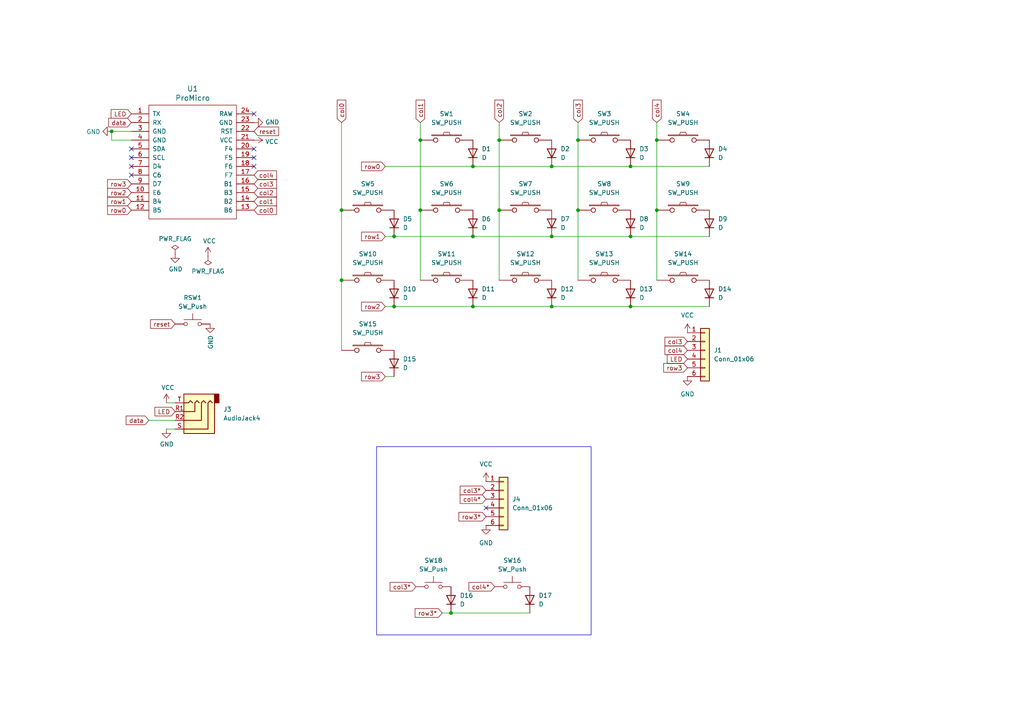
<source format=kicad_sch>
(kicad_sch (version 20230121) (generator eeschema)

  (uuid f4a06c7d-776f-4564-b9a8-e6ceb1266ea2)

  (paper "A4")

  (title_block
    (title "moko")
    (date "2024-04-09")
    (rev "0.1")
  )

  (lib_symbols
    (symbol "Connector_Audio:AudioJack4" (in_bom yes) (on_board yes)
      (property "Reference" "J" (at 0 8.89 0)
        (effects (font (size 1.27 1.27)))
      )
      (property "Value" "AudioJack4" (at 0 6.35 0)
        (effects (font (size 1.27 1.27)))
      )
      (property "Footprint" "" (at 0 0 0)
        (effects (font (size 1.27 1.27)) hide)
      )
      (property "Datasheet" "~" (at 0 0 0)
        (effects (font (size 1.27 1.27)) hide)
      )
      (property "ki_keywords" "audio jack receptacle stereo headphones TRRS connector" (at 0 0 0)
        (effects (font (size 1.27 1.27)) hide)
      )
      (property "ki_description" "Audio Jack, 4 Poles (TRRS)" (at 0 0 0)
        (effects (font (size 1.27 1.27)) hide)
      )
      (property "ki_fp_filters" "Jack*" (at 0 0 0)
        (effects (font (size 1.27 1.27)) hide)
      )
      (symbol "AudioJack4_0_1"
        (rectangle (start -6.35 -5.08) (end -7.62 -7.62)
          (stroke (width 0.254) (type default))
          (fill (type outline))
        )
        (polyline
          (pts
            (xy 0 -5.08)
            (xy 0.635 -5.715)
            (xy 1.27 -5.08)
            (xy 2.54 -5.08)
          )
          (stroke (width 0.254) (type default))
          (fill (type none))
        )
        (polyline
          (pts
            (xy -5.715 -5.08)
            (xy -5.08 -5.715)
            (xy -4.445 -5.08)
            (xy -4.445 2.54)
            (xy 2.54 2.54)
          )
          (stroke (width 0.254) (type default))
          (fill (type none))
        )
        (polyline
          (pts
            (xy -1.905 -5.08)
            (xy -1.27 -5.715)
            (xy -0.635 -5.08)
            (xy -0.635 -2.54)
            (xy 2.54 -2.54)
          )
          (stroke (width 0.254) (type default))
          (fill (type none))
        )
        (polyline
          (pts
            (xy 2.54 0)
            (xy -2.54 0)
            (xy -2.54 -5.08)
            (xy -3.175 -5.715)
            (xy -3.81 -5.08)
          )
          (stroke (width 0.254) (type default))
          (fill (type none))
        )
        (rectangle (start 2.54 3.81) (end -6.35 -7.62)
          (stroke (width 0.254) (type default))
          (fill (type background))
        )
      )
      (symbol "AudioJack4_1_1"
        (pin passive line (at 5.08 -2.54 180) (length 2.54)
          (name "~" (effects (font (size 1.27 1.27))))
          (number "R1" (effects (font (size 1.27 1.27))))
        )
        (pin passive line (at 5.08 0 180) (length 2.54)
          (name "~" (effects (font (size 1.27 1.27))))
          (number "R2" (effects (font (size 1.27 1.27))))
        )
        (pin passive line (at 5.08 2.54 180) (length 2.54)
          (name "~" (effects (font (size 1.27 1.27))))
          (number "S" (effects (font (size 1.27 1.27))))
        )
        (pin passive line (at 5.08 -5.08 180) (length 2.54)
          (name "~" (effects (font (size 1.27 1.27))))
          (number "T" (effects (font (size 1.27 1.27))))
        )
      )
    )
    (symbol "Connector_Generic:Conn_01x06" (pin_names (offset 1.016) hide) (in_bom yes) (on_board yes)
      (property "Reference" "J" (at 0 7.62 0)
        (effects (font (size 1.27 1.27)))
      )
      (property "Value" "Conn_01x06" (at 0 -10.16 0)
        (effects (font (size 1.27 1.27)))
      )
      (property "Footprint" "" (at 0 0 0)
        (effects (font (size 1.27 1.27)) hide)
      )
      (property "Datasheet" "~" (at 0 0 0)
        (effects (font (size 1.27 1.27)) hide)
      )
      (property "ki_keywords" "connector" (at 0 0 0)
        (effects (font (size 1.27 1.27)) hide)
      )
      (property "ki_description" "Generic connector, single row, 01x06, script generated (kicad-library-utils/schlib/autogen/connector/)" (at 0 0 0)
        (effects (font (size 1.27 1.27)) hide)
      )
      (property "ki_fp_filters" "Connector*:*_1x??_*" (at 0 0 0)
        (effects (font (size 1.27 1.27)) hide)
      )
      (symbol "Conn_01x06_1_1"
        (rectangle (start -1.27 -7.493) (end 0 -7.747)
          (stroke (width 0.1524) (type default))
          (fill (type none))
        )
        (rectangle (start -1.27 -4.953) (end 0 -5.207)
          (stroke (width 0.1524) (type default))
          (fill (type none))
        )
        (rectangle (start -1.27 -2.413) (end 0 -2.667)
          (stroke (width 0.1524) (type default))
          (fill (type none))
        )
        (rectangle (start -1.27 0.127) (end 0 -0.127)
          (stroke (width 0.1524) (type default))
          (fill (type none))
        )
        (rectangle (start -1.27 2.667) (end 0 2.413)
          (stroke (width 0.1524) (type default))
          (fill (type none))
        )
        (rectangle (start -1.27 5.207) (end 0 4.953)
          (stroke (width 0.1524) (type default))
          (fill (type none))
        )
        (rectangle (start -1.27 6.35) (end 1.27 -8.89)
          (stroke (width 0.254) (type default))
          (fill (type background))
        )
        (pin passive line (at -5.08 5.08 0) (length 3.81)
          (name "Pin_1" (effects (font (size 1.27 1.27))))
          (number "1" (effects (font (size 1.27 1.27))))
        )
        (pin passive line (at -5.08 2.54 0) (length 3.81)
          (name "Pin_2" (effects (font (size 1.27 1.27))))
          (number "2" (effects (font (size 1.27 1.27))))
        )
        (pin passive line (at -5.08 0 0) (length 3.81)
          (name "Pin_3" (effects (font (size 1.27 1.27))))
          (number "3" (effects (font (size 1.27 1.27))))
        )
        (pin passive line (at -5.08 -2.54 0) (length 3.81)
          (name "Pin_4" (effects (font (size 1.27 1.27))))
          (number "4" (effects (font (size 1.27 1.27))))
        )
        (pin passive line (at -5.08 -5.08 0) (length 3.81)
          (name "Pin_5" (effects (font (size 1.27 1.27))))
          (number "5" (effects (font (size 1.27 1.27))))
        )
        (pin passive line (at -5.08 -7.62 0) (length 3.81)
          (name "Pin_6" (effects (font (size 1.27 1.27))))
          (number "6" (effects (font (size 1.27 1.27))))
        )
      )
    )
    (symbol "Device:D" (pin_numbers hide) (pin_names (offset 1.016) hide) (in_bom yes) (on_board yes)
      (property "Reference" "D" (at 0 2.54 0)
        (effects (font (size 1.27 1.27)))
      )
      (property "Value" "D" (at 0 -2.54 0)
        (effects (font (size 1.27 1.27)))
      )
      (property "Footprint" "" (at 0 0 0)
        (effects (font (size 1.27 1.27)) hide)
      )
      (property "Datasheet" "~" (at 0 0 0)
        (effects (font (size 1.27 1.27)) hide)
      )
      (property "Sim.Device" "D" (at 0 0 0)
        (effects (font (size 1.27 1.27)) hide)
      )
      (property "Sim.Pins" "1=K 2=A" (at 0 0 0)
        (effects (font (size 1.27 1.27)) hide)
      )
      (property "ki_keywords" "diode" (at 0 0 0)
        (effects (font (size 1.27 1.27)) hide)
      )
      (property "ki_description" "Diode" (at 0 0 0)
        (effects (font (size 1.27 1.27)) hide)
      )
      (property "ki_fp_filters" "TO-???* *_Diode_* *SingleDiode* D_*" (at 0 0 0)
        (effects (font (size 1.27 1.27)) hide)
      )
      (symbol "D_0_1"
        (polyline
          (pts
            (xy -1.27 1.27)
            (xy -1.27 -1.27)
          )
          (stroke (width 0.254) (type default))
          (fill (type none))
        )
        (polyline
          (pts
            (xy 1.27 0)
            (xy -1.27 0)
          )
          (stroke (width 0) (type default))
          (fill (type none))
        )
        (polyline
          (pts
            (xy 1.27 1.27)
            (xy 1.27 -1.27)
            (xy -1.27 0)
            (xy 1.27 1.27)
          )
          (stroke (width 0.254) (type default))
          (fill (type none))
        )
      )
      (symbol "D_1_1"
        (pin passive line (at -3.81 0 0) (length 2.54)
          (name "K" (effects (font (size 1.27 1.27))))
          (number "1" (effects (font (size 1.27 1.27))))
        )
        (pin passive line (at 3.81 0 180) (length 2.54)
          (name "A" (effects (font (size 1.27 1.27))))
          (number "2" (effects (font (size 1.27 1.27))))
        )
      )
    )
    (symbol "Switch:SW_Push" (pin_numbers hide) (pin_names (offset 1.016) hide) (in_bom yes) (on_board yes)
      (property "Reference" "SW" (at 1.27 2.54 0)
        (effects (font (size 1.27 1.27)) (justify left))
      )
      (property "Value" "SW_Push" (at 0 -1.524 0)
        (effects (font (size 1.27 1.27)))
      )
      (property "Footprint" "" (at 0 5.08 0)
        (effects (font (size 1.27 1.27)) hide)
      )
      (property "Datasheet" "~" (at 0 5.08 0)
        (effects (font (size 1.27 1.27)) hide)
      )
      (property "ki_keywords" "switch normally-open pushbutton push-button" (at 0 0 0)
        (effects (font (size 1.27 1.27)) hide)
      )
      (property "ki_description" "Push button switch, generic, two pins" (at 0 0 0)
        (effects (font (size 1.27 1.27)) hide)
      )
      (symbol "SW_Push_0_1"
        (circle (center -2.032 0) (radius 0.508)
          (stroke (width 0) (type default))
          (fill (type none))
        )
        (polyline
          (pts
            (xy 0 1.27)
            (xy 0 3.048)
          )
          (stroke (width 0) (type default))
          (fill (type none))
        )
        (polyline
          (pts
            (xy 2.54 1.27)
            (xy -2.54 1.27)
          )
          (stroke (width 0) (type default))
          (fill (type none))
        )
        (circle (center 2.032 0) (radius 0.508)
          (stroke (width 0) (type default))
          (fill (type none))
        )
        (pin passive line (at -5.08 0 0) (length 2.54)
          (name "1" (effects (font (size 1.27 1.27))))
          (number "1" (effects (font (size 1.27 1.27))))
        )
        (pin passive line (at 5.08 0 180) (length 2.54)
          (name "2" (effects (font (size 1.27 1.27))))
          (number "2" (effects (font (size 1.27 1.27))))
        )
      )
    )
    (symbol "kbd:ProMicro" (pin_names (offset 1.016)) (in_bom yes) (on_board yes)
      (property "Reference" "U" (at 0 24.13 0)
        (effects (font (size 1.524 1.524)))
      )
      (property "Value" "ProMicro" (at 0 -13.97 0)
        (effects (font (size 1.524 1.524)))
      )
      (property "Footprint" "" (at 2.54 -26.67 0)
        (effects (font (size 1.524 1.524)))
      )
      (property "Datasheet" "" (at 2.54 -26.67 0)
        (effects (font (size 1.524 1.524)))
      )
      (symbol "ProMicro_0_1"
        (rectangle (start -12.7 21.59) (end 12.7 -11.43)
          (stroke (width 0) (type solid))
          (fill (type none))
        )
      )
      (symbol "ProMicro_1_1"
        (pin bidirectional line (at -17.78 19.05 0) (length 5.08)
          (name "TX" (effects (font (size 1.27 1.27))))
          (number "1" (effects (font (size 1.27 1.27))))
        )
        (pin bidirectional line (at -17.78 -3.81 0) (length 5.08)
          (name "E6" (effects (font (size 1.27 1.27))))
          (number "10" (effects (font (size 1.27 1.27))))
        )
        (pin bidirectional line (at -17.78 -6.35 0) (length 5.08)
          (name "B4" (effects (font (size 1.27 1.27))))
          (number "11" (effects (font (size 1.27 1.27))))
        )
        (pin bidirectional line (at -17.78 -8.89 0) (length 5.08)
          (name "B5" (effects (font (size 1.27 1.27))))
          (number "12" (effects (font (size 1.27 1.27))))
        )
        (pin bidirectional line (at 17.78 -8.89 180) (length 5.08)
          (name "B6" (effects (font (size 1.27 1.27))))
          (number "13" (effects (font (size 1.27 1.27))))
        )
        (pin bidirectional line (at 17.78 -6.35 180) (length 5.08)
          (name "B2" (effects (font (size 1.27 1.27))))
          (number "14" (effects (font (size 1.27 1.27))))
        )
        (pin bidirectional line (at 17.78 -3.81 180) (length 5.08)
          (name "B3" (effects (font (size 1.27 1.27))))
          (number "15" (effects (font (size 1.27 1.27))))
        )
        (pin bidirectional line (at 17.78 -1.27 180) (length 5.08)
          (name "B1" (effects (font (size 1.27 1.27))))
          (number "16" (effects (font (size 1.27 1.27))))
        )
        (pin bidirectional line (at 17.78 1.27 180) (length 5.08)
          (name "F7" (effects (font (size 1.27 1.27))))
          (number "17" (effects (font (size 1.27 1.27))))
        )
        (pin bidirectional line (at 17.78 3.81 180) (length 5.08)
          (name "F6" (effects (font (size 1.27 1.27))))
          (number "18" (effects (font (size 1.27 1.27))))
        )
        (pin bidirectional line (at 17.78 6.35 180) (length 5.08)
          (name "F5" (effects (font (size 1.27 1.27))))
          (number "19" (effects (font (size 1.27 1.27))))
        )
        (pin bidirectional line (at -17.78 16.51 0) (length 5.08)
          (name "RX" (effects (font (size 1.27 1.27))))
          (number "2" (effects (font (size 1.27 1.27))))
        )
        (pin bidirectional line (at 17.78 8.89 180) (length 5.08)
          (name "F4" (effects (font (size 1.27 1.27))))
          (number "20" (effects (font (size 1.27 1.27))))
        )
        (pin power_in line (at 17.78 11.43 180) (length 5.08)
          (name "VCC" (effects (font (size 1.27 1.27))))
          (number "21" (effects (font (size 1.27 1.27))))
        )
        (pin input line (at 17.78 13.97 180) (length 5.08)
          (name "RST" (effects (font (size 1.27 1.27))))
          (number "22" (effects (font (size 1.27 1.27))))
        )
        (pin power_in line (at 17.78 16.51 180) (length 5.08)
          (name "GND" (effects (font (size 1.27 1.27))))
          (number "23" (effects (font (size 1.27 1.27))))
        )
        (pin power_out line (at 17.78 19.05 180) (length 5.08)
          (name "RAW" (effects (font (size 1.27 1.27))))
          (number "24" (effects (font (size 1.27 1.27))))
        )
        (pin power_in line (at -17.78 13.97 0) (length 5.08)
          (name "GND" (effects (font (size 1.27 1.27))))
          (number "3" (effects (font (size 1.27 1.27))))
        )
        (pin power_in line (at -17.78 11.43 0) (length 5.08)
          (name "GND" (effects (font (size 1.27 1.27))))
          (number "4" (effects (font (size 1.27 1.27))))
        )
        (pin bidirectional line (at -17.78 8.89 0) (length 5.08)
          (name "SDA" (effects (font (size 1.27 1.27))))
          (number "5" (effects (font (size 1.27 1.27))))
        )
        (pin bidirectional line (at -17.78 6.35 0) (length 5.08)
          (name "SCL" (effects (font (size 1.27 1.27))))
          (number "6" (effects (font (size 1.27 1.27))))
        )
        (pin bidirectional line (at -17.78 3.81 0) (length 5.08)
          (name "D4" (effects (font (size 1.27 1.27))))
          (number "7" (effects (font (size 1.27 1.27))))
        )
        (pin bidirectional line (at -17.78 1.27 0) (length 5.08)
          (name "C6" (effects (font (size 1.27 1.27))))
          (number "8" (effects (font (size 1.27 1.27))))
        )
        (pin bidirectional line (at -17.78 -1.27 0) (length 5.08)
          (name "D7" (effects (font (size 1.27 1.27))))
          (number "9" (effects (font (size 1.27 1.27))))
        )
      )
    )
    (symbol "kbd:SW_PUSH" (pin_numbers hide) (pin_names (offset 1.016) hide) (in_bom yes) (on_board yes)
      (property "Reference" "SW" (at 3.81 2.794 0)
        (effects (font (size 1.27 1.27)))
      )
      (property "Value" "SW_PUSH" (at 0 -2.032 0)
        (effects (font (size 1.27 1.27)))
      )
      (property "Footprint" "" (at 0 0 0)
        (effects (font (size 1.27 1.27)))
      )
      (property "Datasheet" "" (at 0 0 0)
        (effects (font (size 1.27 1.27)))
      )
      (symbol "SW_PUSH_0_1"
        (rectangle (start -4.318 1.27) (end 4.318 1.524)
          (stroke (width 0) (type solid))
          (fill (type none))
        )
        (polyline
          (pts
            (xy -1.016 1.524)
            (xy -0.762 2.286)
            (xy 0.762 2.286)
            (xy 1.016 1.524)
          )
          (stroke (width 0) (type solid))
          (fill (type none))
        )
        (pin passive inverted (at -7.62 0 0) (length 5.08)
          (name "1" (effects (font (size 1.27 1.27))))
          (number "1" (effects (font (size 1.27 1.27))))
        )
        (pin passive inverted (at 7.62 0 180) (length 5.08)
          (name "2" (effects (font (size 1.27 1.27))))
          (number "2" (effects (font (size 1.27 1.27))))
        )
      )
    )
    (symbol "power:GND" (power) (pin_names (offset 0)) (in_bom yes) (on_board yes)
      (property "Reference" "#PWR" (at 0 -6.35 0)
        (effects (font (size 1.27 1.27)) hide)
      )
      (property "Value" "GND" (at 0 -3.81 0)
        (effects (font (size 1.27 1.27)))
      )
      (property "Footprint" "" (at 0 0 0)
        (effects (font (size 1.27 1.27)) hide)
      )
      (property "Datasheet" "" (at 0 0 0)
        (effects (font (size 1.27 1.27)) hide)
      )
      (property "ki_keywords" "global power" (at 0 0 0)
        (effects (font (size 1.27 1.27)) hide)
      )
      (property "ki_description" "Power symbol creates a global label with name \"GND\" , ground" (at 0 0 0)
        (effects (font (size 1.27 1.27)) hide)
      )
      (symbol "GND_0_1"
        (polyline
          (pts
            (xy 0 0)
            (xy 0 -1.27)
            (xy 1.27 -1.27)
            (xy 0 -2.54)
            (xy -1.27 -1.27)
            (xy 0 -1.27)
          )
          (stroke (width 0) (type default))
          (fill (type none))
        )
      )
      (symbol "GND_1_1"
        (pin power_in line (at 0 0 270) (length 0) hide
          (name "GND" (effects (font (size 1.27 1.27))))
          (number "1" (effects (font (size 1.27 1.27))))
        )
      )
    )
    (symbol "power:PWR_FLAG" (power) (pin_numbers hide) (pin_names (offset 0) hide) (in_bom yes) (on_board yes)
      (property "Reference" "#FLG" (at 0 1.905 0)
        (effects (font (size 1.27 1.27)) hide)
      )
      (property "Value" "PWR_FLAG" (at 0 3.81 0)
        (effects (font (size 1.27 1.27)))
      )
      (property "Footprint" "" (at 0 0 0)
        (effects (font (size 1.27 1.27)) hide)
      )
      (property "Datasheet" "~" (at 0 0 0)
        (effects (font (size 1.27 1.27)) hide)
      )
      (property "ki_keywords" "flag power" (at 0 0 0)
        (effects (font (size 1.27 1.27)) hide)
      )
      (property "ki_description" "Special symbol for telling ERC where power comes from" (at 0 0 0)
        (effects (font (size 1.27 1.27)) hide)
      )
      (symbol "PWR_FLAG_0_0"
        (pin power_out line (at 0 0 90) (length 0)
          (name "pwr" (effects (font (size 1.27 1.27))))
          (number "1" (effects (font (size 1.27 1.27))))
        )
      )
      (symbol "PWR_FLAG_0_1"
        (polyline
          (pts
            (xy 0 0)
            (xy 0 1.27)
            (xy -1.016 1.905)
            (xy 0 2.54)
            (xy 1.016 1.905)
            (xy 0 1.27)
          )
          (stroke (width 0) (type default))
          (fill (type none))
        )
      )
    )
    (symbol "power:VCC" (power) (pin_names (offset 0)) (in_bom yes) (on_board yes)
      (property "Reference" "#PWR" (at 0 -3.81 0)
        (effects (font (size 1.27 1.27)) hide)
      )
      (property "Value" "VCC" (at 0 3.81 0)
        (effects (font (size 1.27 1.27)))
      )
      (property "Footprint" "" (at 0 0 0)
        (effects (font (size 1.27 1.27)) hide)
      )
      (property "Datasheet" "" (at 0 0 0)
        (effects (font (size 1.27 1.27)) hide)
      )
      (property "ki_keywords" "global power" (at 0 0 0)
        (effects (font (size 1.27 1.27)) hide)
      )
      (property "ki_description" "Power symbol creates a global label with name \"VCC\"" (at 0 0 0)
        (effects (font (size 1.27 1.27)) hide)
      )
      (symbol "VCC_0_1"
        (polyline
          (pts
            (xy -0.762 1.27)
            (xy 0 2.54)
          )
          (stroke (width 0) (type default))
          (fill (type none))
        )
        (polyline
          (pts
            (xy 0 0)
            (xy 0 2.54)
          )
          (stroke (width 0) (type default))
          (fill (type none))
        )
        (polyline
          (pts
            (xy 0 2.54)
            (xy 0.762 1.27)
          )
          (stroke (width 0) (type default))
          (fill (type none))
        )
      )
      (symbol "VCC_1_1"
        (pin power_in line (at 0 0 90) (length 0) hide
          (name "VCC" (effects (font (size 1.27 1.27))))
          (number "1" (effects (font (size 1.27 1.27))))
        )
      )
    )
  )

  (junction (at 137.16 68.58) (diameter 0) (color 0 0 0 0)
    (uuid 04297371-77f3-4e90-b8a4-692771d72fe2)
  )
  (junction (at 190.5 40.64) (diameter 0) (color 0 0 0 0)
    (uuid 08ef989a-7cc7-4c5d-bb66-b959287d3d5c)
  )
  (junction (at 121.92 40.64) (diameter 0) (color 0 0 0 0)
    (uuid 1fef1d79-2f54-45f4-9071-8d6cb8b68a95)
  )
  (junction (at 114.3 68.58) (diameter 0) (color 0 0 0 0)
    (uuid 2739f813-5676-4cab-8d30-07dfc4142e56)
  )
  (junction (at 160.02 68.58) (diameter 0) (color 0 0 0 0)
    (uuid 35c9d42b-db27-4015-8968-e2d2aa7bf3c1)
  )
  (junction (at 144.78 40.64) (diameter 0) (color 0 0 0 0)
    (uuid 3eb49910-2d76-495c-91e3-d276d69d404a)
  )
  (junction (at 167.64 40.64) (diameter 0) (color 0 0 0 0)
    (uuid 4ff130ed-1b67-4f99-899d-ba825d51be8c)
  )
  (junction (at 137.16 48.26) (diameter 0) (color 0 0 0 0)
    (uuid 50c7d209-3115-4210-89d3-7363a7ab2ee0)
  )
  (junction (at 167.64 60.96) (diameter 0) (color 0 0 0 0)
    (uuid 54ad50a7-ecef-40ed-a59e-4ad9a904c8b8)
  )
  (junction (at 32.385 38.1) (diameter 0) (color 0 0 0 0)
    (uuid 5feb7d59-8ec7-4821-9299-9598416e17d7)
  )
  (junction (at 144.78 60.96) (diameter 0) (color 0 0 0 0)
    (uuid 801f6768-4a08-4641-a2cd-25140128deab)
  )
  (junction (at 190.5 60.96) (diameter 0) (color 0 0 0 0)
    (uuid 84da334f-5e21-4e66-a3ca-6c3c99b1eaf6)
  )
  (junction (at 99.06 60.96) (diameter 0) (color 0 0 0 0)
    (uuid 8a8d2b91-7984-4c13-9ba4-8169f335bea5)
  )
  (junction (at 160.02 48.26) (diameter 0) (color 0 0 0 0)
    (uuid 8d0e17e7-6620-4306-b9bf-a259242f7ff3)
  )
  (junction (at 182.88 88.9) (diameter 0) (color 0 0 0 0)
    (uuid a6ab8925-2747-404b-a707-f022ee4764ea)
  )
  (junction (at 182.88 68.58) (diameter 0) (color 0 0 0 0)
    (uuid b3962ac7-f8e2-40f9-ad27-ae8a9c708ad0)
  )
  (junction (at 137.16 88.9) (diameter 0) (color 0 0 0 0)
    (uuid bfdc6726-f3c8-49d8-8617-a642c1f14fbf)
  )
  (junction (at 99.06 81.28) (diameter 0) (color 0 0 0 0)
    (uuid c6d2a0fa-77a5-4bd2-9459-c822453ae550)
  )
  (junction (at 114.3 88.9) (diameter 0) (color 0 0 0 0)
    (uuid d09c5677-dd9f-42be-b30f-6fe64a49212f)
  )
  (junction (at 160.02 88.9) (diameter 0) (color 0 0 0 0)
    (uuid e4d184a9-c6de-42eb-81b4-3beffdebf5b8)
  )
  (junction (at 182.88 48.26) (diameter 0) (color 0 0 0 0)
    (uuid e5d8ca12-f9f1-42a5-9f1d-3370b8ddb505)
  )
  (junction (at 121.92 60.96) (diameter 0) (color 0 0 0 0)
    (uuid f752aa80-a6e9-4c15-8a89-6719980ed69b)
  )
  (junction (at 130.81 177.8) (diameter 0) (color 0 0 0 0)
    (uuid f90b8ef9-ebbb-46c5-abcb-696a25036f88)
  )

  (no_connect (at 73.66 43.18) (uuid 56765283-7606-4f96-8fda-67e7297b27f2))
  (no_connect (at 38.1 50.8) (uuid 5a6e6c58-6b96-4e1a-8edd-be2e3eb85a37))
  (no_connect (at 38.1 45.72) (uuid 7a6fc812-f7c7-465f-aea8-765e5584522a))
  (no_connect (at 38.1 43.18) (uuid 800f1bff-5da0-4f32-9d38-7ccf20ffa9da))
  (no_connect (at 38.1 48.26) (uuid 8cca5e96-9bbc-427b-92a4-3970c2bf0875))
  (no_connect (at 73.66 33.02) (uuid 958e9c08-39d0-4b43-bb0c-23d42f3cc72b))
  (no_connect (at 73.66 45.72) (uuid 9d936fb8-4f34-4bc7-b8c7-664e818c7795))
  (no_connect (at 73.66 48.26) (uuid adfab2d3-e0e7-4003-9767-a999b8755d81))
  (no_connect (at 140.97 147.32) (uuid d0250231-e52c-4077-ad35-3a75f0dc9081))

  (wire (pts (xy 182.88 88.9) (xy 205.74 88.9))
    (stroke (width 0) (type default))
    (uuid 0d76df80-e015-4ef5-bc5c-a0faede4c483)
  )
  (wire (pts (xy 144.78 60.96) (xy 144.78 81.28))
    (stroke (width 0) (type default))
    (uuid 0e62a24f-c616-4197-8aa6-4a763cee55be)
  )
  (wire (pts (xy 114.3 68.58) (xy 137.16 68.58))
    (stroke (width 0) (type default))
    (uuid 10bd5bd6-2f3b-4095-ac04-642998587ada)
  )
  (wire (pts (xy 137.16 88.9) (xy 160.02 88.9))
    (stroke (width 0) (type default))
    (uuid 1233577f-cb9e-46ad-a056-082eae606d45)
  )
  (wire (pts (xy 99.06 81.28) (xy 99.06 101.6))
    (stroke (width 0) (type default))
    (uuid 15679087-ebe8-4e5a-82d1-62485dbd527b)
  )
  (wire (pts (xy 111.76 48.26) (xy 137.16 48.26))
    (stroke (width 0) (type default))
    (uuid 16ec7dbd-6ceb-4d21-9a79-4ee34835c9ee)
  )
  (wire (pts (xy 99.06 35.56) (xy 99.06 60.96))
    (stroke (width 0) (type default))
    (uuid 19edff5f-33ec-45cf-b323-fca940dca3e4)
  )
  (wire (pts (xy 38.1 38.1) (xy 32.385 38.1))
    (stroke (width 0) (type default))
    (uuid 22ca51ce-8ff7-4110-9030-72c6287fe7a1)
  )
  (wire (pts (xy 167.64 35.56) (xy 167.64 40.64))
    (stroke (width 0) (type default))
    (uuid 233ec2a6-eefd-467b-8ce0-1930e84b26a2)
  )
  (wire (pts (xy 32.385 40.64) (xy 32.385 38.1))
    (stroke (width 0) (type default))
    (uuid 2472dd09-351b-4fe9-a18b-7038176d6bba)
  )
  (wire (pts (xy 190.5 40.64) (xy 190.5 60.96))
    (stroke (width 0) (type default))
    (uuid 3452bfea-630f-42ff-809d-09c50c14fa03)
  )
  (wire (pts (xy 38.1 40.64) (xy 32.385 40.64))
    (stroke (width 0) (type default))
    (uuid 389844e9-d78b-49a2-8326-9f85a4e415c1)
  )
  (wire (pts (xy 121.92 40.64) (xy 121.92 60.96))
    (stroke (width 0) (type default))
    (uuid 3e6a28be-04e5-4aa7-b25e-69be44f8d059)
  )
  (wire (pts (xy 160.02 88.9) (xy 182.88 88.9))
    (stroke (width 0) (type default))
    (uuid 4029fbb0-73d7-4e3a-99aa-4d754ecacd93)
  )
  (wire (pts (xy 182.88 48.26) (xy 205.74 48.26))
    (stroke (width 0) (type default))
    (uuid 4696f735-53d5-42c0-8c04-ae827ee98092)
  )
  (wire (pts (xy 99.06 60.96) (xy 99.06 81.28))
    (stroke (width 0) (type default))
    (uuid 476ff65a-f24e-45dd-bf3f-c4b6b51c0518)
  )
  (wire (pts (xy 130.81 177.8) (xy 153.67 177.8))
    (stroke (width 0) (type default))
    (uuid 5870a239-c0d9-4f27-8690-7b0443a3e75d)
  )
  (wire (pts (xy 144.78 40.64) (xy 144.78 60.96))
    (stroke (width 0) (type default))
    (uuid 5b1657a3-9ee6-466f-9210-8d7833ca4b6c)
  )
  (wire (pts (xy 114.3 88.9) (xy 137.16 88.9))
    (stroke (width 0) (type default))
    (uuid 63303fd1-338d-4495-9efb-1df2abe5355b)
  )
  (wire (pts (xy 137.16 48.26) (xy 160.02 48.26))
    (stroke (width 0) (type default))
    (uuid 66b1a436-a903-49c4-ba87-dd3f710503c9)
  )
  (wire (pts (xy 48.26 116.84) (xy 50.8 116.84))
    (stroke (width 0) (type default))
    (uuid 6f10c8db-0775-44b1-a1dd-18a451bdf282)
  )
  (wire (pts (xy 111.76 68.58) (xy 114.3 68.58))
    (stroke (width 0) (type default))
    (uuid 7e2a90cb-c3c1-4fd0-9e82-bf22db57c2f0)
  )
  (wire (pts (xy 43.18 121.92) (xy 50.8 121.92))
    (stroke (width 0) (type default))
    (uuid 7f2061a3-9dc5-42bb-9274-54339be9ecef)
  )
  (wire (pts (xy 128.27 177.8) (xy 130.81 177.8))
    (stroke (width 0) (type default))
    (uuid 7f9ce2f3-bee6-4d4f-90cd-f0cd11a0d09f)
  )
  (wire (pts (xy 121.92 60.96) (xy 121.92 81.28))
    (stroke (width 0) (type default))
    (uuid 820fd90b-996d-4ed7-9ce0-e61bf60a36c0)
  )
  (wire (pts (xy 121.92 35.56) (xy 121.92 40.64))
    (stroke (width 0) (type default))
    (uuid 9d7ce717-0d20-42ed-bdb4-9d6d71a29bdc)
  )
  (wire (pts (xy 190.5 35.56) (xy 190.5 40.64))
    (stroke (width 0) (type default))
    (uuid 9eb56656-658b-414b-a252-25d25865f2cf)
  )
  (wire (pts (xy 144.78 35.56) (xy 144.78 40.64))
    (stroke (width 0) (type default))
    (uuid a68ed2ed-c47d-439e-8f51-a47c6a3a9552)
  )
  (wire (pts (xy 182.88 68.58) (xy 205.74 68.58))
    (stroke (width 0) (type default))
    (uuid b4f87397-8a2e-4500-827e-24a461509e03)
  )
  (wire (pts (xy 160.02 48.26) (xy 182.88 48.26))
    (stroke (width 0) (type default))
    (uuid bbc3ca1c-e58c-4344-90b7-f9cf5f3efd97)
  )
  (wire (pts (xy 48.26 124.46) (xy 50.8 124.46))
    (stroke (width 0) (type default))
    (uuid bd39513b-fc4a-49ee-82f2-bd5bb1aae56b)
  )
  (wire (pts (xy 160.02 68.58) (xy 182.88 68.58))
    (stroke (width 0) (type default))
    (uuid d6c6cfd2-e4fa-4735-a3ea-2b5043e3a6ab)
  )
  (wire (pts (xy 111.76 88.9) (xy 114.3 88.9))
    (stroke (width 0) (type default))
    (uuid dabc1488-8af2-4075-a40f-59beab226555)
  )
  (wire (pts (xy 137.16 68.58) (xy 160.02 68.58))
    (stroke (width 0) (type default))
    (uuid e0968ba6-88d6-4d2d-9eb2-ebfe0dd3abaf)
  )
  (wire (pts (xy 111.76 109.22) (xy 114.3 109.22))
    (stroke (width 0) (type default))
    (uuid e2914010-6088-4792-ae18-bf75f546d56c)
  )
  (wire (pts (xy 167.64 40.64) (xy 167.64 60.96))
    (stroke (width 0) (type default))
    (uuid e9ada1ff-00fc-49de-88a4-305334f7d952)
  )
  (wire (pts (xy 167.64 60.96) (xy 167.64 81.28))
    (stroke (width 0) (type default))
    (uuid f2e155df-68c5-47da-8ae0-b4cf6b98c259)
  )
  (wire (pts (xy 190.5 60.96) (xy 190.5 81.28))
    (stroke (width 0) (type default))
    (uuid f8b4476b-5dff-4496-b2e3-d21c288a01ce)
  )

  (rectangle (start 109.22 129.54) (end 171.45 184.15)
    (stroke (width 0) (type default))
    (fill (type none))
    (uuid 6f6b7558-7c43-4097-9533-8b431a1f95b9)
  )

  (global_label "col0" (shape input) (at 99.06 35.56 90)
    (effects (font (size 1.27 1.27)) (justify left))
    (uuid 057e776d-12e6-4c11-b20e-2a4f98199e3f)
    (property "Intersheetrefs" "${INTERSHEET_REFS}" (at 99.06 35.56 0)
      (effects (font (size 1.27 1.27)) hide)
    )
  )
  (global_label "col4" (shape input) (at 199.39 101.6 180)
    (effects (font (size 1.27 1.27)) (justify right))
    (uuid 16d5da11-0acb-4df9-9814-03dc89571fce)
    (property "Intersheetrefs" "${INTERSHEET_REFS}" (at 199.39 101.6 0)
      (effects (font (size 1.27 1.27)) hide)
    )
  )
  (global_label "col4" (shape input) (at 190.5 35.56 90)
    (effects (font (size 1.27 1.27)) (justify left))
    (uuid 1c167112-5464-43a2-a4ee-c649fd5dd053)
    (property "Intersheetrefs" "${INTERSHEET_REFS}" (at 190.5 35.56 0)
      (effects (font (size 1.27 1.27)) hide)
    )
  )
  (global_label "row2" (shape input) (at 38.1 55.88 180)
    (effects (font (size 1.27 1.27)) (justify right))
    (uuid 22ebd4d7-0979-4224-b7a4-c01d253df0ec)
    (property "Intersheetrefs" "${INTERSHEET_REFS}" (at 38.1 55.88 0)
      (effects (font (size 1.27 1.27)) hide)
    )
  )
  (global_label "LED" (shape input) (at 50.8 119.38 180) (fields_autoplaced)
    (effects (font (size 1.27 1.27)) (justify right))
    (uuid 2bb36bc6-36e4-428f-b3d4-69dbfa89f117)
    (property "Intersheetrefs" "${INTERSHEET_REFS}" (at 44.3677 119.38 0)
      (effects (font (size 1.27 1.27)) (justify right) hide)
    )
  )
  (global_label "row1" (shape input) (at 38.1 58.42 180)
    (effects (font (size 1.27 1.27)) (justify right))
    (uuid 2eb97659-b691-42bc-98af-aa7323780cac)
    (property "Intersheetrefs" "${INTERSHEET_REFS}" (at 38.1 58.42 0)
      (effects (font (size 1.27 1.27)) hide)
    )
  )
  (global_label "row3*" (shape input) (at 140.97 149.86 180) (fields_autoplaced)
    (effects (font (size 1.27 1.27)) (justify right))
    (uuid 34340168-184b-4e98-97b7-77ea1e563c0c)
    (property "Intersheetrefs" "${INTERSHEET_REFS}" (at 132.542 149.86 0)
      (effects (font (size 1.27 1.27)) (justify right) hide)
    )
  )
  (global_label "col2" (shape input) (at 144.78 35.56 90)
    (effects (font (size 1.27 1.27)) (justify left))
    (uuid 392b1f71-42e1-4494-bd63-51299ecc3126)
    (property "Intersheetrefs" "${INTERSHEET_REFS}" (at 144.78 35.56 0)
      (effects (font (size 1.27 1.27)) hide)
    )
  )
  (global_label "col4*" (shape input) (at 140.97 144.78 180) (fields_autoplaced)
    (effects (font (size 1.27 1.27)) (justify right))
    (uuid 3bb4d907-afe4-4074-99c8-ee2d457841bd)
    (property "Intersheetrefs" "${INTERSHEET_REFS}" (at 132.9049 144.78 0)
      (effects (font (size 1.27 1.27)) (justify right) hide)
    )
  )
  (global_label "data" (shape input) (at 38.1 35.56 180)
    (effects (font (size 1.27 1.27)) (justify right))
    (uuid 47ef4cdf-895a-43c2-ba17-e16d18970e7b)
    (property "Intersheetrefs" "${INTERSHEET_REFS}" (at 38.1 35.56 0)
      (effects (font (size 1.27 1.27)) hide)
    )
  )
  (global_label "LED" (shape input) (at 38.1 33.02 180)
    (effects (font (size 1.27 1.27)) (justify right))
    (uuid 4ca05bdd-0b41-47c0-ba43-7d25f06a2dbc)
    (property "Intersheetrefs" "${INTERSHEET_REFS}" (at 38.1 33.02 0)
      (effects (font (size 1.27 1.27)) hide)
    )
  )
  (global_label "col2" (shape input) (at 73.66 55.88 0)
    (effects (font (size 1.27 1.27)) (justify left))
    (uuid 60fbff4d-72d4-40d0-94ab-f961f51760f2)
    (property "Intersheetrefs" "${INTERSHEET_REFS}" (at 73.66 55.88 0)
      (effects (font (size 1.27 1.27)) hide)
    )
  )
  (global_label "col4*" (shape input) (at 143.51 170.18 180) (fields_autoplaced)
    (effects (font (size 1.27 1.27)) (justify right))
    (uuid 6cc54567-a823-4e85-8678-6c4aac5d75a8)
    (property "Intersheetrefs" "${INTERSHEET_REFS}" (at 135.4449 170.18 0)
      (effects (font (size 1.27 1.27)) (justify right) hide)
    )
  )
  (global_label "row2" (shape input) (at 111.76 88.9 180)
    (effects (font (size 1.27 1.27)) (justify right))
    (uuid 74b2650a-7f23-428b-b9a0-c4faf64ae070)
    (property "Intersheetrefs" "${INTERSHEET_REFS}" (at 111.76 88.9 0)
      (effects (font (size 1.27 1.27)) hide)
    )
  )
  (global_label "LED" (shape input) (at 199.39 104.14 180) (fields_autoplaced)
    (effects (font (size 1.27 1.27)) (justify right))
    (uuid 7b8db743-8dfb-474e-a6c3-643fc568aff1)
    (property "Intersheetrefs" "${INTERSHEET_REFS}" (at 192.9577 104.14 0)
      (effects (font (size 1.27 1.27)) (justify right) hide)
    )
  )
  (global_label "data" (shape input) (at 43.18 121.92 180)
    (effects (font (size 1.27 1.27)) (justify right))
    (uuid 7c721980-fe40-4cec-8cfa-60d040238116)
    (property "Intersheetrefs" "${INTERSHEET_REFS}" (at 43.18 121.92 0)
      (effects (font (size 1.27 1.27)) hide)
    )
  )
  (global_label "row3" (shape input) (at 38.1 53.34 180)
    (effects (font (size 1.27 1.27)) (justify right))
    (uuid 7ddb8074-cab3-4536-8b50-dc435bc307c2)
    (property "Intersheetrefs" "${INTERSHEET_REFS}" (at 38.1 53.34 0)
      (effects (font (size 1.27 1.27)) hide)
    )
  )
  (global_label "row0" (shape input) (at 111.76 48.26 180)
    (effects (font (size 1.27 1.27)) (justify right))
    (uuid 7e135eb5-a5ae-4f34-be52-3a9f29cc4a9a)
    (property "Intersheetrefs" "${INTERSHEET_REFS}" (at 111.76 48.26 0)
      (effects (font (size 1.27 1.27)) hide)
    )
  )
  (global_label "row3*" (shape input) (at 128.27 177.8 180) (fields_autoplaced)
    (effects (font (size 1.27 1.27)) (justify right))
    (uuid 7f684412-1703-40d7-93a3-22a209b7043e)
    (property "Intersheetrefs" "${INTERSHEET_REFS}" (at 119.842 177.8 0)
      (effects (font (size 1.27 1.27)) (justify right) hide)
    )
  )
  (global_label "col1" (shape input) (at 121.92 35.56 90)
    (effects (font (size 1.27 1.27)) (justify left))
    (uuid 81ac7654-ee50-411b-8adf-79ba92c1c55c)
    (property "Intersheetrefs" "${INTERSHEET_REFS}" (at 121.92 35.56 0)
      (effects (font (size 1.27 1.27)) hide)
    )
  )
  (global_label "col3" (shape input) (at 73.66 53.34 0)
    (effects (font (size 1.27 1.27)) (justify left))
    (uuid a22e36ba-b75d-4b26-98c4-d0ae3a9dd32a)
    (property "Intersheetrefs" "${INTERSHEET_REFS}" (at 73.66 53.34 0)
      (effects (font (size 1.27 1.27)) hide)
    )
  )
  (global_label "row3" (shape input) (at 111.76 109.22 180)
    (effects (font (size 1.27 1.27)) (justify right))
    (uuid aac17314-6045-4b21-a18b-0b137da8f075)
    (property "Intersheetrefs" "${INTERSHEET_REFS}" (at 111.76 109.22 0)
      (effects (font (size 1.27 1.27)) hide)
    )
  )
  (global_label "row1" (shape input) (at 111.76 68.58 180)
    (effects (font (size 1.27 1.27)) (justify right))
    (uuid acc9b822-861d-4fca-8cd4-b0286ed06c9a)
    (property "Intersheetrefs" "${INTERSHEET_REFS}" (at 111.76 68.58 0)
      (effects (font (size 1.27 1.27)) hide)
    )
  )
  (global_label "reset" (shape input) (at 50.8 93.98 180)
    (effects (font (size 1.27 1.27)) (justify right))
    (uuid c54ecd93-8613-4f0a-9eba-3c42ec78b71d)
    (property "Intersheetrefs" "${INTERSHEET_REFS}" (at 50.8 93.98 0)
      (effects (font (size 1.27 1.27)) hide)
    )
  )
  (global_label "col0" (shape input) (at 73.66 60.96 0)
    (effects (font (size 1.27 1.27)) (justify left))
    (uuid c7ac2a42-7daa-4f00-a8f9-ed3e0d54d8f4)
    (property "Intersheetrefs" "${INTERSHEET_REFS}" (at 73.66 60.96 0)
      (effects (font (size 1.27 1.27)) hide)
    )
  )
  (global_label "col3*" (shape input) (at 120.65 170.18 180) (fields_autoplaced)
    (effects (font (size 1.27 1.27)) (justify right))
    (uuid cfd40a62-99a0-4bcc-9715-d15eec12c7ed)
    (property "Intersheetrefs" "${INTERSHEET_REFS}" (at 112.5849 170.18 0)
      (effects (font (size 1.27 1.27)) (justify right) hide)
    )
  )
  (global_label "col4" (shape input) (at 73.66 50.8 0)
    (effects (font (size 1.27 1.27)) (justify left))
    (uuid dd15fc10-8074-4a90-9a47-62ccbcccc552)
    (property "Intersheetrefs" "${INTERSHEET_REFS}" (at 73.66 50.8 0)
      (effects (font (size 1.27 1.27)) hide)
    )
  )
  (global_label "reset" (shape input) (at 73.66 38.1 0)
    (effects (font (size 1.27 1.27)) (justify left))
    (uuid dd1738e4-d76a-45d0-a3ed-e4054231e995)
    (property "Intersheetrefs" "${INTERSHEET_REFS}" (at 73.66 38.1 0)
      (effects (font (size 1.27 1.27)) hide)
    )
  )
  (global_label "col1" (shape input) (at 73.66 58.42 0)
    (effects (font (size 1.27 1.27)) (justify left))
    (uuid e73fc7d8-c4f1-46e9-8a2d-727794701fa6)
    (property "Intersheetrefs" "${INTERSHEET_REFS}" (at 73.66 58.42 0)
      (effects (font (size 1.27 1.27)) hide)
    )
  )
  (global_label "row0" (shape input) (at 38.1 60.96 180)
    (effects (font (size 1.27 1.27)) (justify right))
    (uuid f35f0d04-4a41-46bc-b519-b490636cde1c)
    (property "Intersheetrefs" "${INTERSHEET_REFS}" (at 38.1 60.96 0)
      (effects (font (size 1.27 1.27)) hide)
    )
  )
  (global_label "row3" (shape input) (at 199.39 106.68 180)
    (effects (font (size 1.27 1.27)) (justify right))
    (uuid f737982b-c2bd-4204-a439-7c0a9ef5429f)
    (property "Intersheetrefs" "${INTERSHEET_REFS}" (at 199.39 106.68 0)
      (effects (font (size 1.27 1.27)) hide)
    )
  )
  (global_label "col3" (shape input) (at 199.39 99.06 180)
    (effects (font (size 1.27 1.27)) (justify right))
    (uuid fa578b06-6633-4ad0-93c4-0194c580071a)
    (property "Intersheetrefs" "${INTERSHEET_REFS}" (at 199.39 99.06 0)
      (effects (font (size 1.27 1.27)) hide)
    )
  )
  (global_label "col3" (shape input) (at 167.64 35.56 90)
    (effects (font (size 1.27 1.27)) (justify left))
    (uuid fc23e330-abb2-4938-807f-6b0e5021d8cb)
    (property "Intersheetrefs" "${INTERSHEET_REFS}" (at 167.64 35.56 0)
      (effects (font (size 1.27 1.27)) hide)
    )
  )
  (global_label "col3*" (shape input) (at 140.97 142.24 180) (fields_autoplaced)
    (effects (font (size 1.27 1.27)) (justify right))
    (uuid ff1fbf13-e2ee-46c5-bb88-1d3dc5299601)
    (property "Intersheetrefs" "${INTERSHEET_REFS}" (at 132.9049 142.24 0)
      (effects (font (size 1.27 1.27)) (justify right) hide)
    )
  )

  (symbol (lib_id "kbd:ProMicro") (at 55.88 52.07 0) (unit 1)
    (in_bom yes) (on_board yes) (dnp no)
    (uuid 00000000-0000-0000-0000-000066141c34)
    (property "Reference" "U1" (at 55.88 25.7302 0)
      (effects (font (size 1.524 1.524)))
    )
    (property "Value" "ProMicro" (at 55.88 28.4226 0)
      (effects (font (size 1.524 1.524)))
    )
    (property "Footprint" "mykeyboardparts:ProMicro_v2" (at 58.42 78.74 0)
      (effects (font (size 1.524 1.524)) hide)
    )
    (property "Datasheet" "" (at 58.42 78.74 0)
      (effects (font (size 1.524 1.524)))
    )
    (pin "1" (uuid 27b68a55-eb75-4b8e-8fc4-0ffc0a57cc79))
    (pin "10" (uuid 1a6fabed-42ef-4fa2-84af-8c7b81e33513))
    (pin "11" (uuid f0a4e33b-6d24-4067-aaaf-1be574374ce3))
    (pin "12" (uuid 137e453b-1e48-48fa-a50e-313b57a4e51e))
    (pin "13" (uuid 0dc1d5ff-4791-4a14-8bb7-04635fbdc908))
    (pin "14" (uuid 0ed532cb-1b88-4689-bc45-e654ef9e9bf1))
    (pin "15" (uuid 53b4364d-e680-4081-82df-a923d0d5c1e5))
    (pin "16" (uuid bd1f7e30-b87d-4620-b823-6a98a324a1ac))
    (pin "17" (uuid d6404679-04cf-42c7-aa2c-d304a2f21ecc))
    (pin "18" (uuid 649b0cc9-2f1f-4ef8-9511-675873c52de4))
    (pin "19" (uuid b67aee7e-427b-4fc9-bcb7-e7bdb6f4db0b))
    (pin "2" (uuid efec1f64-c33e-4a48-ae9b-3d49e534a894))
    (pin "20" (uuid 20a2d52e-f291-46f5-8b62-cb08345fc961))
    (pin "21" (uuid 4de343ea-5b09-4ff2-a19c-ffa9085f11cc))
    (pin "22" (uuid e11f335a-e92e-4dcc-bddf-4e3437c624c5))
    (pin "23" (uuid 6a342625-0c07-4d8e-bba6-00144b9da990))
    (pin "24" (uuid e77ad2af-d63f-4f76-bf78-7b11ac16abda))
    (pin "3" (uuid b1f0b820-1e09-412d-a41d-999865247b9c))
    (pin "4" (uuid 1ec91692-092c-4020-becd-f9356eefd67d))
    (pin "5" (uuid c77e020a-4e79-4404-b648-b7de2cac64d2))
    (pin "6" (uuid d60e4329-c28c-479b-9136-fcc01d21cad9))
    (pin "7" (uuid f4233da4-f8b8-434b-8f66-6ec6016bab8f))
    (pin "8" (uuid f404a656-021e-49ef-aeae-a3231e4991bf))
    (pin "9" (uuid 7096fffc-4652-45cc-8d60-d8221e5e59c9))
    (instances
      (project "moko"
        (path "/f4a06c7d-776f-4564-b9a8-e6ceb1266ea2"
          (reference "U1") (unit 1)
        )
      )
    )
  )

  (symbol (lib_id "power:PWR_FLAG") (at 50.8 73.66 0) (unit 1)
    (in_bom yes) (on_board yes) (dnp no)
    (uuid 00000000-0000-0000-0000-000066142bb6)
    (property "Reference" "#FLG01" (at 50.8 71.755 0)
      (effects (font (size 1.27 1.27)) hide)
    )
    (property "Value" "PWR_FLAG" (at 50.8 69.2658 0)
      (effects (font (size 1.27 1.27)))
    )
    (property "Footprint" "" (at 50.8 73.66 0)
      (effects (font (size 1.27 1.27)) hide)
    )
    (property "Datasheet" "~" (at 50.8 73.66 0)
      (effects (font (size 1.27 1.27)) hide)
    )
    (pin "1" (uuid 9de8a7eb-102a-4725-81f6-f420fffce530))
    (instances
      (project "moko"
        (path "/f4a06c7d-776f-4564-b9a8-e6ceb1266ea2"
          (reference "#FLG01") (unit 1)
        )
      )
    )
  )

  (symbol (lib_id "power:PWR_FLAG") (at 60.325 74.295 180) (unit 1)
    (in_bom yes) (on_board yes) (dnp no)
    (uuid 00000000-0000-0000-0000-000066143078)
    (property "Reference" "#FLG02" (at 60.325 76.2 0)
      (effects (font (size 1.27 1.27)) hide)
    )
    (property "Value" "PWR_FLAG" (at 60.325 78.6892 0)
      (effects (font (size 1.27 1.27)))
    )
    (property "Footprint" "" (at 60.325 74.295 0)
      (effects (font (size 1.27 1.27)) hide)
    )
    (property "Datasheet" "~" (at 60.325 74.295 0)
      (effects (font (size 1.27 1.27)) hide)
    )
    (pin "1" (uuid e2ed32a1-02be-4058-b3be-792895843d94))
    (instances
      (project "moko"
        (path "/f4a06c7d-776f-4564-b9a8-e6ceb1266ea2"
          (reference "#FLG02") (unit 1)
        )
      )
    )
  )

  (symbol (lib_id "power:VCC") (at 60.325 74.295 0) (unit 1)
    (in_bom yes) (on_board yes) (dnp no)
    (uuid 00000000-0000-0000-0000-00006614349a)
    (property "Reference" "#PWR05" (at 60.325 78.105 0)
      (effects (font (size 1.27 1.27)) hide)
    )
    (property "Value" "VCC" (at 60.7568 69.9008 0)
      (effects (font (size 1.27 1.27)))
    )
    (property "Footprint" "" (at 60.325 74.295 0)
      (effects (font (size 1.27 1.27)) hide)
    )
    (property "Datasheet" "" (at 60.325 74.295 0)
      (effects (font (size 1.27 1.27)) hide)
    )
    (pin "1" (uuid 6433a41e-86ec-4ae4-a432-cf888451e0ea))
    (instances
      (project "moko"
        (path "/f4a06c7d-776f-4564-b9a8-e6ceb1266ea2"
          (reference "#PWR05") (unit 1)
        )
      )
    )
  )

  (symbol (lib_id "power:GND") (at 50.8 73.66 0) (unit 1)
    (in_bom yes) (on_board yes) (dnp no)
    (uuid 00000000-0000-0000-0000-000066143871)
    (property "Reference" "#PWR04" (at 50.8 80.01 0)
      (effects (font (size 1.27 1.27)) hide)
    )
    (property "Value" "GND" (at 50.927 78.0542 0)
      (effects (font (size 1.27 1.27)))
    )
    (property "Footprint" "" (at 50.8 73.66 0)
      (effects (font (size 1.27 1.27)) hide)
    )
    (property "Datasheet" "" (at 50.8 73.66 0)
      (effects (font (size 1.27 1.27)) hide)
    )
    (pin "1" (uuid fb46071d-ea5a-4ad4-8128-2ee70c42138c))
    (instances
      (project "moko"
        (path "/f4a06c7d-776f-4564-b9a8-e6ceb1266ea2"
          (reference "#PWR04") (unit 1)
        )
      )
    )
  )

  (symbol (lib_id "power:GND") (at 60.96 93.98 0) (unit 1)
    (in_bom yes) (on_board yes) (dnp no)
    (uuid 00000000-0000-0000-0000-00006614afae)
    (property "Reference" "#PWR06" (at 60.96 100.33 0)
      (effects (font (size 1.27 1.27)) hide)
    )
    (property "Value" "GND" (at 61.087 97.2312 90)
      (effects (font (size 1.27 1.27)) (justify right))
    )
    (property "Footprint" "" (at 60.96 93.98 0)
      (effects (font (size 1.27 1.27)) hide)
    )
    (property "Datasheet" "" (at 60.96 93.98 0)
      (effects (font (size 1.27 1.27)) hide)
    )
    (pin "1" (uuid 2dc9b70f-0f56-4789-af83-77e9af0e1c1a))
    (instances
      (project "moko"
        (path "/f4a06c7d-776f-4564-b9a8-e6ceb1266ea2"
          (reference "#PWR06") (unit 1)
        )
      )
    )
  )

  (symbol (lib_id "power:GND") (at 73.66 35.56 90) (unit 1)
    (in_bom yes) (on_board yes) (dnp no)
    (uuid 00000000-0000-0000-0000-00006614b912)
    (property "Reference" "#PWR01" (at 80.01 35.56 0)
      (effects (font (size 1.27 1.27)) hide)
    )
    (property "Value" "GND" (at 76.9112 35.433 90)
      (effects (font (size 1.27 1.27)) (justify right))
    )
    (property "Footprint" "" (at 73.66 35.56 0)
      (effects (font (size 1.27 1.27)) hide)
    )
    (property "Datasheet" "" (at 73.66 35.56 0)
      (effects (font (size 1.27 1.27)) hide)
    )
    (pin "1" (uuid 5e46c076-07ad-46d9-907e-43d598f77465))
    (instances
      (project "moko"
        (path "/f4a06c7d-776f-4564-b9a8-e6ceb1266ea2"
          (reference "#PWR01") (unit 1)
        )
      )
    )
  )

  (symbol (lib_id "power:VCC") (at 73.66 40.64 270) (unit 1)
    (in_bom yes) (on_board yes) (dnp no)
    (uuid 00000000-0000-0000-0000-00006614c270)
    (property "Reference" "#PWR03" (at 69.85 40.64 0)
      (effects (font (size 1.27 1.27)) hide)
    )
    (property "Value" "VCC" (at 76.9112 41.0718 90)
      (effects (font (size 1.27 1.27)) (justify left))
    )
    (property "Footprint" "" (at 73.66 40.64 0)
      (effects (font (size 1.27 1.27)) hide)
    )
    (property "Datasheet" "" (at 73.66 40.64 0)
      (effects (font (size 1.27 1.27)) hide)
    )
    (pin "1" (uuid bf85bfc4-d5f3-47be-9934-6b65df5c1198))
    (instances
      (project "moko"
        (path "/f4a06c7d-776f-4564-b9a8-e6ceb1266ea2"
          (reference "#PWR03") (unit 1)
        )
      )
    )
  )

  (symbol (lib_id "power:GND") (at 32.385 38.1 270) (unit 1)
    (in_bom yes) (on_board yes) (dnp no)
    (uuid 00000000-0000-0000-0000-00006614e359)
    (property "Reference" "#PWR02" (at 26.035 38.1 0)
      (effects (font (size 1.27 1.27)) hide)
    )
    (property "Value" "GND" (at 29.1338 38.227 90)
      (effects (font (size 1.27 1.27)) (justify right))
    )
    (property "Footprint" "" (at 32.385 38.1 0)
      (effects (font (size 1.27 1.27)) hide)
    )
    (property "Datasheet" "" (at 32.385 38.1 0)
      (effects (font (size 1.27 1.27)) hide)
    )
    (pin "1" (uuid 985ad0f0-5041-4018-b7a8-58244da50082))
    (instances
      (project "moko"
        (path "/f4a06c7d-776f-4564-b9a8-e6ceb1266ea2"
          (reference "#PWR02") (unit 1)
        )
      )
    )
  )

  (symbol (lib_id "kbd:SW_PUSH") (at 198.12 81.28 0) (unit 1)
    (in_bom yes) (on_board yes) (dnp no) (fields_autoplaced)
    (uuid 0169f79f-f5e4-43d6-80b3-aaba340e6be6)
    (property "Reference" "SW14" (at 198.12 73.66 0)
      (effects (font (size 1.27 1.27)))
    )
    (property "Value" "SW_PUSH" (at 198.12 76.2 0)
      (effects (font (size 1.27 1.27)))
    )
    (property "Footprint" "" (at 198.12 81.28 0)
      (effects (font (size 1.27 1.27)) hide)
    )
    (property "Datasheet" "" (at 198.12 81.28 0)
      (effects (font (size 1.27 1.27)))
    )
    (pin "1" (uuid 14cf57b9-f866-4f3c-9d22-e0a5bfd9ae17))
    (pin "2" (uuid 0f3a7099-f177-4037-9e2d-6e39d1c77d6d))
    (instances
      (project "moko"
        (path "/f4a06c7d-776f-4564-b9a8-e6ceb1266ea2"
          (reference "SW14") (unit 1)
        )
      )
    )
  )

  (symbol (lib_id "kbd:SW_PUSH") (at 106.68 101.6 0) (unit 1)
    (in_bom yes) (on_board yes) (dnp no) (fields_autoplaced)
    (uuid 0b11852c-d30f-4f41-9a59-aa0e982d6263)
    (property "Reference" "SW15" (at 106.68 93.98 0)
      (effects (font (size 1.27 1.27)))
    )
    (property "Value" "SW_PUSH" (at 106.68 96.52 0)
      (effects (font (size 1.27 1.27)))
    )
    (property "Footprint" "" (at 106.68 101.6 0)
      (effects (font (size 1.27 1.27)) hide)
    )
    (property "Datasheet" "" (at 106.68 101.6 0)
      (effects (font (size 1.27 1.27)))
    )
    (pin "1" (uuid b595ed98-3be5-4553-8dde-f566268a3267))
    (pin "2" (uuid 55f9c1ea-0dae-47ae-b86e-495d0aa59477))
    (instances
      (project "moko"
        (path "/f4a06c7d-776f-4564-b9a8-e6ceb1266ea2"
          (reference "SW15") (unit 1)
        )
      )
    )
  )

  (symbol (lib_id "power:GND") (at 199.39 109.22 0) (unit 1)
    (in_bom yes) (on_board yes) (dnp no) (fields_autoplaced)
    (uuid 1269ea00-3f8d-45e2-9b8d-e38875f2d9e9)
    (property "Reference" "#PWR010" (at 199.39 115.57 0)
      (effects (font (size 1.27 1.27)) hide)
    )
    (property "Value" "GND" (at 199.39 114.3 0)
      (effects (font (size 1.27 1.27)))
    )
    (property "Footprint" "" (at 199.39 109.22 0)
      (effects (font (size 1.27 1.27)) hide)
    )
    (property "Datasheet" "" (at 199.39 109.22 0)
      (effects (font (size 1.27 1.27)) hide)
    )
    (pin "1" (uuid 42874538-f588-4751-9746-513daf8a809e))
    (instances
      (project "moko"
        (path "/f4a06c7d-776f-4564-b9a8-e6ceb1266ea2"
          (reference "#PWR010") (unit 1)
        )
      )
    )
  )

  (symbol (lib_id "power:VCC") (at 199.39 96.52 0) (unit 1)
    (in_bom yes) (on_board yes) (dnp no) (fields_autoplaced)
    (uuid 13a058a7-2af8-4730-8e7b-e7a36de0a238)
    (property "Reference" "#PWR07" (at 199.39 100.33 0)
      (effects (font (size 1.27 1.27)) hide)
    )
    (property "Value" "VCC" (at 199.39 91.44 0)
      (effects (font (size 1.27 1.27)))
    )
    (property "Footprint" "" (at 199.39 96.52 0)
      (effects (font (size 1.27 1.27)) hide)
    )
    (property "Datasheet" "" (at 199.39 96.52 0)
      (effects (font (size 1.27 1.27)) hide)
    )
    (pin "1" (uuid 12897f73-70ce-44b9-9145-ce3a13d30732))
    (instances
      (project "moko"
        (path "/f4a06c7d-776f-4564-b9a8-e6ceb1266ea2"
          (reference "#PWR07") (unit 1)
        )
      )
    )
  )

  (symbol (lib_id "Device:D") (at 153.67 173.99 90) (unit 1)
    (in_bom yes) (on_board yes) (dnp no) (fields_autoplaced)
    (uuid 1a48dce2-78a3-402d-bc6d-f5279e20c51f)
    (property "Reference" "D17" (at 156.21 172.72 90)
      (effects (font (size 1.27 1.27)) (justify right))
    )
    (property "Value" "D" (at 156.21 175.26 90)
      (effects (font (size 1.27 1.27)) (justify right))
    )
    (property "Footprint" "mykeyboardparts:D3_SMD_rev" (at 153.67 173.99 0)
      (effects (font (size 1.27 1.27)) hide)
    )
    (property "Datasheet" "~" (at 153.67 173.99 0)
      (effects (font (size 1.27 1.27)) hide)
    )
    (property "Sim.Device" "D" (at 153.67 173.99 0)
      (effects (font (size 1.27 1.27)) hide)
    )
    (property "Sim.Pins" "1=K 2=A" (at 153.67 173.99 0)
      (effects (font (size 1.27 1.27)) hide)
    )
    (pin "1" (uuid d754cd6b-287e-486b-bb4c-ef2b9f7cfd14))
    (pin "2" (uuid 6343ee22-33cd-4824-a6ae-8dfe06f58173))
    (instances
      (project "moko"
        (path "/f4a06c7d-776f-4564-b9a8-e6ceb1266ea2"
          (reference "D17") (unit 1)
        )
      )
    )
  )

  (symbol (lib_id "Device:D") (at 137.16 64.77 90) (unit 1)
    (in_bom yes) (on_board yes) (dnp no) (fields_autoplaced)
    (uuid 1c11e0d1-ac8f-45fa-b728-1cda0ee570c1)
    (property "Reference" "D6" (at 139.7 63.5 90)
      (effects (font (size 1.27 1.27)) (justify right))
    )
    (property "Value" "D" (at 139.7 66.04 90)
      (effects (font (size 1.27 1.27)) (justify right))
    )
    (property "Footprint" "mykeyboardparts:D3_SMD_rev" (at 137.16 64.77 0)
      (effects (font (size 1.27 1.27)) hide)
    )
    (property "Datasheet" "~" (at 137.16 64.77 0)
      (effects (font (size 1.27 1.27)) hide)
    )
    (property "Sim.Device" "D" (at 137.16 64.77 0)
      (effects (font (size 1.27 1.27)) hide)
    )
    (property "Sim.Pins" "1=K 2=A" (at 137.16 64.77 0)
      (effects (font (size 1.27 1.27)) hide)
    )
    (pin "1" (uuid 1353cbcc-7e83-44a5-8d5d-c60b2b6f0d9e))
    (pin "2" (uuid 9a75e906-2908-4119-875e-fedcf85cba01))
    (instances
      (project "moko"
        (path "/f4a06c7d-776f-4564-b9a8-e6ceb1266ea2"
          (reference "D6") (unit 1)
        )
      )
    )
  )

  (symbol (lib_id "Switch:SW_Push") (at 55.88 93.98 0) (unit 1)
    (in_bom yes) (on_board yes) (dnp no) (fields_autoplaced)
    (uuid 1d28393d-dafb-4245-b5f1-b32fdae9c67c)
    (property "Reference" "RSW1" (at 55.88 86.36 0)
      (effects (font (size 1.27 1.27)))
    )
    (property "Value" "SW_Push" (at 55.88 88.9 0)
      (effects (font (size 1.27 1.27)))
    )
    (property "Footprint" "keyboard_parts.pretty-master:SW_TACT_TH_HORIZ" (at 55.88 88.9 0)
      (effects (font (size 1.27 1.27)) hide)
    )
    (property "Datasheet" "~" (at 55.88 88.9 0)
      (effects (font (size 1.27 1.27)) hide)
    )
    (pin "1" (uuid 33576796-0b49-4dec-9467-c8266822a572))
    (pin "2" (uuid e9c45d86-710a-4c98-aa0b-0812ab199e98))
    (instances
      (project "moko"
        (path "/f4a06c7d-776f-4564-b9a8-e6ceb1266ea2"
          (reference "RSW1") (unit 1)
        )
      )
    )
  )

  (symbol (lib_id "kbd:SW_PUSH") (at 175.26 60.96 0) (unit 1)
    (in_bom yes) (on_board yes) (dnp no) (fields_autoplaced)
    (uuid 1d49012f-2723-40eb-a1b5-6fd9edeb79e6)
    (property "Reference" "SW8" (at 175.26 53.34 0)
      (effects (font (size 1.27 1.27)))
    )
    (property "Value" "SW_PUSH" (at 175.26 55.88 0)
      (effects (font (size 1.27 1.27)))
    )
    (property "Footprint" "" (at 175.26 60.96 0)
      (effects (font (size 1.27 1.27)) hide)
    )
    (property "Datasheet" "" (at 175.26 60.96 0)
      (effects (font (size 1.27 1.27)))
    )
    (pin "1" (uuid a4cb7d6f-b365-4dc8-80d4-44c10c4a680a))
    (pin "2" (uuid c6e1f047-0eda-4cdf-ae9d-696d969559fc))
    (instances
      (project "moko"
        (path "/f4a06c7d-776f-4564-b9a8-e6ceb1266ea2"
          (reference "SW8") (unit 1)
        )
      )
    )
  )

  (symbol (lib_id "Device:D") (at 205.74 64.77 90) (unit 1)
    (in_bom yes) (on_board yes) (dnp no) (fields_autoplaced)
    (uuid 208a7334-d29b-4eb4-a159-9935f219226f)
    (property "Reference" "D9" (at 208.28 63.5 90)
      (effects (font (size 1.27 1.27)) (justify right))
    )
    (property "Value" "D" (at 208.28 66.04 90)
      (effects (font (size 1.27 1.27)) (justify right))
    )
    (property "Footprint" "mykeyboardparts:D3_SMD_rev" (at 205.74 64.77 0)
      (effects (font (size 1.27 1.27)) hide)
    )
    (property "Datasheet" "~" (at 205.74 64.77 0)
      (effects (font (size 1.27 1.27)) hide)
    )
    (property "Sim.Device" "D" (at 205.74 64.77 0)
      (effects (font (size 1.27 1.27)) hide)
    )
    (property "Sim.Pins" "1=K 2=A" (at 205.74 64.77 0)
      (effects (font (size 1.27 1.27)) hide)
    )
    (pin "1" (uuid 401fc554-8cd9-4734-b2fc-35a5c796e38e))
    (pin "2" (uuid 2ad56ad1-4c4b-487d-bd01-601c8fb667be))
    (instances
      (project "moko"
        (path "/f4a06c7d-776f-4564-b9a8-e6ceb1266ea2"
          (reference "D9") (unit 1)
        )
      )
    )
  )

  (symbol (lib_id "Device:D") (at 137.16 44.45 90) (unit 1)
    (in_bom yes) (on_board yes) (dnp no) (fields_autoplaced)
    (uuid 25085118-02cf-408b-b45a-1ad8951c98e9)
    (property "Reference" "D1" (at 139.7 43.18 90)
      (effects (font (size 1.27 1.27)) (justify right))
    )
    (property "Value" "D" (at 139.7 45.72 90)
      (effects (font (size 1.27 1.27)) (justify right))
    )
    (property "Footprint" "mykeyboardparts:D3_SMD_rev" (at 137.16 44.45 0)
      (effects (font (size 1.27 1.27)) hide)
    )
    (property "Datasheet" "~" (at 137.16 44.45 0)
      (effects (font (size 1.27 1.27)) hide)
    )
    (property "Sim.Device" "D" (at 137.16 44.45 0)
      (effects (font (size 1.27 1.27)) hide)
    )
    (property "Sim.Pins" "1=K 2=A" (at 137.16 44.45 0)
      (effects (font (size 1.27 1.27)) hide)
    )
    (pin "1" (uuid 41a4d6a4-9710-4173-95d4-2b335ff8adfa))
    (pin "2" (uuid 0c2a9813-166f-40f9-813d-252adccd1eea))
    (instances
      (project "moko"
        (path "/f4a06c7d-776f-4564-b9a8-e6ceb1266ea2"
          (reference "D1") (unit 1)
        )
      )
    )
  )

  (symbol (lib_id "Device:D") (at 130.81 173.99 90) (unit 1)
    (in_bom yes) (on_board yes) (dnp no) (fields_autoplaced)
    (uuid 28386e83-7c30-4ea3-97bf-1d3898d913e8)
    (property "Reference" "D16" (at 133.35 172.72 90)
      (effects (font (size 1.27 1.27)) (justify right))
    )
    (property "Value" "D" (at 133.35 175.26 90)
      (effects (font (size 1.27 1.27)) (justify right))
    )
    (property "Footprint" "mykeyboardparts:D3_SMD_rev" (at 130.81 173.99 0)
      (effects (font (size 1.27 1.27)) hide)
    )
    (property "Datasheet" "~" (at 130.81 173.99 0)
      (effects (font (size 1.27 1.27)) hide)
    )
    (property "Sim.Device" "D" (at 130.81 173.99 0)
      (effects (font (size 1.27 1.27)) hide)
    )
    (property "Sim.Pins" "1=K 2=A" (at 130.81 173.99 0)
      (effects (font (size 1.27 1.27)) hide)
    )
    (pin "1" (uuid f3c33f16-06d7-4e63-b594-a63588335e17))
    (pin "2" (uuid ec4bab81-0ee7-4ad8-a628-99d4959b7ab9))
    (instances
      (project "moko"
        (path "/f4a06c7d-776f-4564-b9a8-e6ceb1266ea2"
          (reference "D16") (unit 1)
        )
      )
    )
  )

  (symbol (lib_id "power:VCC") (at 140.97 139.7 0) (unit 1)
    (in_bom yes) (on_board yes) (dnp no) (fields_autoplaced)
    (uuid 2bad1500-372a-4f38-bb2f-66e43e186ed2)
    (property "Reference" "#PWR014" (at 140.97 143.51 0)
      (effects (font (size 1.27 1.27)) hide)
    )
    (property "Value" "VCC" (at 140.97 134.62 0)
      (effects (font (size 1.27 1.27)))
    )
    (property "Footprint" "" (at 140.97 139.7 0)
      (effects (font (size 1.27 1.27)) hide)
    )
    (property "Datasheet" "" (at 140.97 139.7 0)
      (effects (font (size 1.27 1.27)) hide)
    )
    (pin "1" (uuid 508d9cbf-5e35-426e-b8ca-171d97a3e09f))
    (instances
      (project "moko"
        (path "/f4a06c7d-776f-4564-b9a8-e6ceb1266ea2"
          (reference "#PWR014") (unit 1)
        )
      )
    )
  )

  (symbol (lib_id "Device:D") (at 137.16 85.09 90) (unit 1)
    (in_bom yes) (on_board yes) (dnp no) (fields_autoplaced)
    (uuid 2bedb67c-8557-47e6-8e1c-18b75517c473)
    (property "Reference" "D11" (at 139.7 83.82 90)
      (effects (font (size 1.27 1.27)) (justify right))
    )
    (property "Value" "D" (at 139.7 86.36 90)
      (effects (font (size 1.27 1.27)) (justify right))
    )
    (property "Footprint" "mykeyboardparts:D3_SMD_rev" (at 137.16 85.09 0)
      (effects (font (size 1.27 1.27)) hide)
    )
    (property "Datasheet" "~" (at 137.16 85.09 0)
      (effects (font (size 1.27 1.27)) hide)
    )
    (property "Sim.Device" "D" (at 137.16 85.09 0)
      (effects (font (size 1.27 1.27)) hide)
    )
    (property "Sim.Pins" "1=K 2=A" (at 137.16 85.09 0)
      (effects (font (size 1.27 1.27)) hide)
    )
    (pin "1" (uuid 9b510850-3439-4cb7-9f93-209b1224d79b))
    (pin "2" (uuid 1c9e10bf-7a1d-468d-b38d-ed024b6d1698))
    (instances
      (project "moko"
        (path "/f4a06c7d-776f-4564-b9a8-e6ceb1266ea2"
          (reference "D11") (unit 1)
        )
      )
    )
  )

  (symbol (lib_id "Device:D") (at 114.3 105.41 90) (unit 1)
    (in_bom yes) (on_board yes) (dnp no) (fields_autoplaced)
    (uuid 2fe5605d-d4bd-45bd-909f-0549dc008794)
    (property "Reference" "D15" (at 116.84 104.14 90)
      (effects (font (size 1.27 1.27)) (justify right))
    )
    (property "Value" "D" (at 116.84 106.68 90)
      (effects (font (size 1.27 1.27)) (justify right))
    )
    (property "Footprint" "mykeyboardparts:D3_SMD_rev" (at 114.3 105.41 0)
      (effects (font (size 1.27 1.27)) hide)
    )
    (property "Datasheet" "~" (at 114.3 105.41 0)
      (effects (font (size 1.27 1.27)) hide)
    )
    (property "Sim.Device" "D" (at 114.3 105.41 0)
      (effects (font (size 1.27 1.27)) hide)
    )
    (property "Sim.Pins" "1=K 2=A" (at 114.3 105.41 0)
      (effects (font (size 1.27 1.27)) hide)
    )
    (pin "1" (uuid 1ba971ff-74d8-43d4-8498-d92de8a76495))
    (pin "2" (uuid 52e7c09d-0428-4e09-bb38-b3354a1e00a4))
    (instances
      (project "moko"
        (path "/f4a06c7d-776f-4564-b9a8-e6ceb1266ea2"
          (reference "D15") (unit 1)
        )
      )
    )
  )

  (symbol (lib_id "kbd:SW_PUSH") (at 198.12 40.64 0) (unit 1)
    (in_bom yes) (on_board yes) (dnp no) (fields_autoplaced)
    (uuid 350660ea-8e35-4e39-b8e7-88e211afddb9)
    (property "Reference" "SW4" (at 198.12 33.02 0)
      (effects (font (size 1.27 1.27)))
    )
    (property "Value" "SW_PUSH" (at 198.12 35.56 0)
      (effects (font (size 1.27 1.27)))
    )
    (property "Footprint" "" (at 198.12 40.64 0)
      (effects (font (size 1.27 1.27)) hide)
    )
    (property "Datasheet" "" (at 198.12 40.64 0)
      (effects (font (size 1.27 1.27)))
    )
    (pin "1" (uuid 9058048e-c7a9-4a10-8a59-da646d37f403))
    (pin "2" (uuid acae24e5-3625-40a0-b1d8-ded7a0283598))
    (instances
      (project "moko"
        (path "/f4a06c7d-776f-4564-b9a8-e6ceb1266ea2"
          (reference "SW4") (unit 1)
        )
      )
    )
  )

  (symbol (lib_id "Device:D") (at 114.3 85.09 90) (unit 1)
    (in_bom yes) (on_board yes) (dnp no) (fields_autoplaced)
    (uuid 4898dc5a-16b6-475d-adba-3d34bd6d9861)
    (property "Reference" "D10" (at 116.84 83.82 90)
      (effects (font (size 1.27 1.27)) (justify right))
    )
    (property "Value" "D" (at 116.84 86.36 90)
      (effects (font (size 1.27 1.27)) (justify right))
    )
    (property "Footprint" "mykeyboardparts:D3_SMD_rev" (at 114.3 85.09 0)
      (effects (font (size 1.27 1.27)) hide)
    )
    (property "Datasheet" "~" (at 114.3 85.09 0)
      (effects (font (size 1.27 1.27)) hide)
    )
    (property "Sim.Device" "D" (at 114.3 85.09 0)
      (effects (font (size 1.27 1.27)) hide)
    )
    (property "Sim.Pins" "1=K 2=A" (at 114.3 85.09 0)
      (effects (font (size 1.27 1.27)) hide)
    )
    (pin "1" (uuid 9496e210-5ba2-46d5-86f5-0100a0e6f738))
    (pin "2" (uuid c2a77ece-5a20-4a27-b091-5720042729f5))
    (instances
      (project "moko"
        (path "/f4a06c7d-776f-4564-b9a8-e6ceb1266ea2"
          (reference "D10") (unit 1)
        )
      )
    )
  )

  (symbol (lib_id "kbd:SW_PUSH") (at 129.54 81.28 0) (unit 1)
    (in_bom yes) (on_board yes) (dnp no) (fields_autoplaced)
    (uuid 4d60969d-951f-4f7a-b322-611ab0ac9b11)
    (property "Reference" "SW11" (at 129.54 73.66 0)
      (effects (font (size 1.27 1.27)))
    )
    (property "Value" "SW_PUSH" (at 129.54 76.2 0)
      (effects (font (size 1.27 1.27)))
    )
    (property "Footprint" "" (at 129.54 81.28 0)
      (effects (font (size 1.27 1.27)) hide)
    )
    (property "Datasheet" "" (at 129.54 81.28 0)
      (effects (font (size 1.27 1.27)))
    )
    (pin "1" (uuid 5c383c75-7ef0-4c3c-bec4-4161f5bebed1))
    (pin "2" (uuid 97489736-8059-426c-8575-6d7a9a3f5222))
    (instances
      (project "moko"
        (path "/f4a06c7d-776f-4564-b9a8-e6ceb1266ea2"
          (reference "SW11") (unit 1)
        )
      )
    )
  )

  (symbol (lib_id "kbd:SW_PUSH") (at 152.4 60.96 0) (unit 1)
    (in_bom yes) (on_board yes) (dnp no) (fields_autoplaced)
    (uuid 4d99c4b8-ef77-4500-8eff-033b88774456)
    (property "Reference" "SW7" (at 152.4 53.34 0)
      (effects (font (size 1.27 1.27)))
    )
    (property "Value" "SW_PUSH" (at 152.4 55.88 0)
      (effects (font (size 1.27 1.27)))
    )
    (property "Footprint" "" (at 152.4 60.96 0)
      (effects (font (size 1.27 1.27)) hide)
    )
    (property "Datasheet" "" (at 152.4 60.96 0)
      (effects (font (size 1.27 1.27)))
    )
    (pin "1" (uuid 1cd5c1a4-f2c6-4434-aaab-ddc348158416))
    (pin "2" (uuid c52050bf-8ec4-41ac-81f8-904d281eeef5))
    (instances
      (project "moko"
        (path "/f4a06c7d-776f-4564-b9a8-e6ceb1266ea2"
          (reference "SW7") (unit 1)
        )
      )
    )
  )

  (symbol (lib_id "Device:D") (at 182.88 85.09 90) (unit 1)
    (in_bom yes) (on_board yes) (dnp no) (fields_autoplaced)
    (uuid 5bee4b31-d0eb-4e23-8ad7-cf5fe5950f11)
    (property "Reference" "D13" (at 185.42 83.82 90)
      (effects (font (size 1.27 1.27)) (justify right))
    )
    (property "Value" "D" (at 185.42 86.36 90)
      (effects (font (size 1.27 1.27)) (justify right))
    )
    (property "Footprint" "mykeyboardparts:D3_SMD_rev" (at 182.88 85.09 0)
      (effects (font (size 1.27 1.27)) hide)
    )
    (property "Datasheet" "~" (at 182.88 85.09 0)
      (effects (font (size 1.27 1.27)) hide)
    )
    (property "Sim.Device" "D" (at 182.88 85.09 0)
      (effects (font (size 1.27 1.27)) hide)
    )
    (property "Sim.Pins" "1=K 2=A" (at 182.88 85.09 0)
      (effects (font (size 1.27 1.27)) hide)
    )
    (pin "1" (uuid d1bb5043-cbbe-435b-910d-665cacd6d2b0))
    (pin "2" (uuid d23495ce-055e-4866-b6f7-792a252a85e2))
    (instances
      (project "moko"
        (path "/f4a06c7d-776f-4564-b9a8-e6ceb1266ea2"
          (reference "D13") (unit 1)
        )
      )
    )
  )

  (symbol (lib_id "Device:D") (at 160.02 64.77 90) (unit 1)
    (in_bom yes) (on_board yes) (dnp no) (fields_autoplaced)
    (uuid 5c2131cb-e3e1-4b53-b13e-7a4e97805b97)
    (property "Reference" "D7" (at 162.56 63.5 90)
      (effects (font (size 1.27 1.27)) (justify right))
    )
    (property "Value" "D" (at 162.56 66.04 90)
      (effects (font (size 1.27 1.27)) (justify right))
    )
    (property "Footprint" "mykeyboardparts:D3_SMD_rev" (at 160.02 64.77 0)
      (effects (font (size 1.27 1.27)) hide)
    )
    (property "Datasheet" "~" (at 160.02 64.77 0)
      (effects (font (size 1.27 1.27)) hide)
    )
    (property "Sim.Device" "D" (at 160.02 64.77 0)
      (effects (font (size 1.27 1.27)) hide)
    )
    (property "Sim.Pins" "1=K 2=A" (at 160.02 64.77 0)
      (effects (font (size 1.27 1.27)) hide)
    )
    (pin "1" (uuid 17ec684f-436d-4464-ac41-ca296d48ed96))
    (pin "2" (uuid a021381a-d6c4-46fb-ac98-4b1e2f466507))
    (instances
      (project "moko"
        (path "/f4a06c7d-776f-4564-b9a8-e6ceb1266ea2"
          (reference "D7") (unit 1)
        )
      )
    )
  )

  (symbol (lib_id "kbd:SW_PUSH") (at 198.12 60.96 0) (unit 1)
    (in_bom yes) (on_board yes) (dnp no) (fields_autoplaced)
    (uuid 679baa98-eb1f-4912-8e3b-6d6a379eb4da)
    (property "Reference" "SW9" (at 198.12 53.34 0)
      (effects (font (size 1.27 1.27)))
    )
    (property "Value" "SW_PUSH" (at 198.12 55.88 0)
      (effects (font (size 1.27 1.27)))
    )
    (property "Footprint" "" (at 198.12 60.96 0)
      (effects (font (size 1.27 1.27)) hide)
    )
    (property "Datasheet" "" (at 198.12 60.96 0)
      (effects (font (size 1.27 1.27)))
    )
    (pin "1" (uuid e0bcdf5d-661a-4a7c-b5d9-0cd9666fce33))
    (pin "2" (uuid 3fc4230c-e530-4801-985c-b2084c3614b4))
    (instances
      (project "moko"
        (path "/f4a06c7d-776f-4564-b9a8-e6ceb1266ea2"
          (reference "SW9") (unit 1)
        )
      )
    )
  )

  (symbol (lib_id "power:VCC") (at 48.26 116.84 0) (unit 1)
    (in_bom yes) (on_board yes) (dnp no)
    (uuid 68a5ebd7-5891-4031-8c19-d0f2c94c3664)
    (property "Reference" "#PWR011" (at 48.26 120.65 0)
      (effects (font (size 1.27 1.27)) hide)
    )
    (property "Value" "VCC" (at 48.6918 112.4458 0)
      (effects (font (size 1.27 1.27)))
    )
    (property "Footprint" "" (at 48.26 116.84 0)
      (effects (font (size 1.27 1.27)) hide)
    )
    (property "Datasheet" "" (at 48.26 116.84 0)
      (effects (font (size 1.27 1.27)) hide)
    )
    (pin "1" (uuid 68df10df-ff18-4ebb-978f-045e79f2d8bc))
    (instances
      (project "moko"
        (path "/f4a06c7d-776f-4564-b9a8-e6ceb1266ea2"
          (reference "#PWR011") (unit 1)
        )
      )
    )
  )

  (symbol (lib_id "Device:D") (at 114.3 64.77 90) (unit 1)
    (in_bom yes) (on_board yes) (dnp no) (fields_autoplaced)
    (uuid 6979a8cf-3a41-4145-9e3f-678b0696efb3)
    (property "Reference" "D5" (at 116.84 63.5 90)
      (effects (font (size 1.27 1.27)) (justify right))
    )
    (property "Value" "D" (at 116.84 66.04 90)
      (effects (font (size 1.27 1.27)) (justify right))
    )
    (property "Footprint" "mykeyboardparts:D3_SMD_rev" (at 114.3 64.77 0)
      (effects (font (size 1.27 1.27)) hide)
    )
    (property "Datasheet" "~" (at 114.3 64.77 0)
      (effects (font (size 1.27 1.27)) hide)
    )
    (property "Sim.Device" "D" (at 114.3 64.77 0)
      (effects (font (size 1.27 1.27)) hide)
    )
    (property "Sim.Pins" "1=K 2=A" (at 114.3 64.77 0)
      (effects (font (size 1.27 1.27)) hide)
    )
    (pin "1" (uuid 1d27ae3c-7efa-4621-a3b8-377cc319715f))
    (pin "2" (uuid 4df00ab6-b891-4707-986c-40df57fda572))
    (instances
      (project "moko"
        (path "/f4a06c7d-776f-4564-b9a8-e6ceb1266ea2"
          (reference "D5") (unit 1)
        )
      )
    )
  )

  (symbol (lib_id "Device:D") (at 160.02 44.45 90) (unit 1)
    (in_bom yes) (on_board yes) (dnp no) (fields_autoplaced)
    (uuid 7575e187-31e4-4fc1-8b3c-4d1e9c66c423)
    (property "Reference" "D2" (at 162.56 43.18 90)
      (effects (font (size 1.27 1.27)) (justify right))
    )
    (property "Value" "D" (at 162.56 45.72 90)
      (effects (font (size 1.27 1.27)) (justify right))
    )
    (property "Footprint" "mykeyboardparts:D3_SMD_rev" (at 160.02 44.45 0)
      (effects (font (size 1.27 1.27)) hide)
    )
    (property "Datasheet" "~" (at 160.02 44.45 0)
      (effects (font (size 1.27 1.27)) hide)
    )
    (property "Sim.Device" "D" (at 160.02 44.45 0)
      (effects (font (size 1.27 1.27)) hide)
    )
    (property "Sim.Pins" "1=K 2=A" (at 160.02 44.45 0)
      (effects (font (size 1.27 1.27)) hide)
    )
    (pin "1" (uuid 0f5eff5c-bd47-47c1-989d-98664deb7e6f))
    (pin "2" (uuid 64306ad6-4a60-45b9-9315-e6604595b630))
    (instances
      (project "moko"
        (path "/f4a06c7d-776f-4564-b9a8-e6ceb1266ea2"
          (reference "D2") (unit 1)
        )
      )
    )
  )

  (symbol (lib_id "Device:D") (at 205.74 44.45 90) (unit 1)
    (in_bom yes) (on_board yes) (dnp no) (fields_autoplaced)
    (uuid 778b82ff-82f7-4ae0-a20f-66b369e717c8)
    (property "Reference" "D4" (at 208.28 43.18 90)
      (effects (font (size 1.27 1.27)) (justify right))
    )
    (property "Value" "D" (at 208.28 45.72 90)
      (effects (font (size 1.27 1.27)) (justify right))
    )
    (property "Footprint" "mykeyboardparts:D3_SMD_rev" (at 205.74 44.45 0)
      (effects (font (size 1.27 1.27)) hide)
    )
    (property "Datasheet" "~" (at 205.74 44.45 0)
      (effects (font (size 1.27 1.27)) hide)
    )
    (property "Sim.Device" "D" (at 205.74 44.45 0)
      (effects (font (size 1.27 1.27)) hide)
    )
    (property "Sim.Pins" "1=K 2=A" (at 205.74 44.45 0)
      (effects (font (size 1.27 1.27)) hide)
    )
    (pin "1" (uuid f1c977a1-aa28-48d3-83fb-adf84ba84200))
    (pin "2" (uuid c278e019-5326-401f-91c1-1ae584b18d4a))
    (instances
      (project "moko"
        (path "/f4a06c7d-776f-4564-b9a8-e6ceb1266ea2"
          (reference "D4") (unit 1)
        )
      )
    )
  )

  (symbol (lib_id "Device:D") (at 182.88 64.77 90) (unit 1)
    (in_bom yes) (on_board yes) (dnp no) (fields_autoplaced)
    (uuid 7c94aa57-ed9a-49a1-affe-4c876a9be40d)
    (property "Reference" "D8" (at 185.42 63.5 90)
      (effects (font (size 1.27 1.27)) (justify right))
    )
    (property "Value" "D" (at 185.42 66.04 90)
      (effects (font (size 1.27 1.27)) (justify right))
    )
    (property "Footprint" "mykeyboardparts:D3_SMD_rev" (at 182.88 64.77 0)
      (effects (font (size 1.27 1.27)) hide)
    )
    (property "Datasheet" "~" (at 182.88 64.77 0)
      (effects (font (size 1.27 1.27)) hide)
    )
    (property "Sim.Device" "D" (at 182.88 64.77 0)
      (effects (font (size 1.27 1.27)) hide)
    )
    (property "Sim.Pins" "1=K 2=A" (at 182.88 64.77 0)
      (effects (font (size 1.27 1.27)) hide)
    )
    (pin "1" (uuid 8a84c99b-d691-4de1-a6cf-86ec14b0be2f))
    (pin "2" (uuid 49fa2d86-0271-4278-9fc3-d252ec85cfd2))
    (instances
      (project "moko"
        (path "/f4a06c7d-776f-4564-b9a8-e6ceb1266ea2"
          (reference "D8") (unit 1)
        )
      )
    )
  )

  (symbol (lib_id "kbd:SW_PUSH") (at 175.26 81.28 0) (unit 1)
    (in_bom yes) (on_board yes) (dnp no) (fields_autoplaced)
    (uuid 8bcdd4bf-aa73-4d83-95bb-5980e8f28c3c)
    (property "Reference" "SW13" (at 175.26 73.66 0)
      (effects (font (size 1.27 1.27)))
    )
    (property "Value" "SW_PUSH" (at 175.26 76.2 0)
      (effects (font (size 1.27 1.27)))
    )
    (property "Footprint" "" (at 175.26 81.28 0)
      (effects (font (size 1.27 1.27)) hide)
    )
    (property "Datasheet" "" (at 175.26 81.28 0)
      (effects (font (size 1.27 1.27)))
    )
    (pin "1" (uuid 4b136cd4-077f-43c7-b620-0602f7322b39))
    (pin "2" (uuid 1d4574fe-2649-47d9-8ea8-7d9fa363749d))
    (instances
      (project "moko"
        (path "/f4a06c7d-776f-4564-b9a8-e6ceb1266ea2"
          (reference "SW13") (unit 1)
        )
      )
    )
  )

  (symbol (lib_id "kbd:SW_PUSH") (at 129.54 60.96 0) (unit 1)
    (in_bom yes) (on_board yes) (dnp no) (fields_autoplaced)
    (uuid 9b346c33-dd27-4c8a-ace5-29b470c55163)
    (property "Reference" "SW6" (at 129.54 53.34 0)
      (effects (font (size 1.27 1.27)))
    )
    (property "Value" "SW_PUSH" (at 129.54 55.88 0)
      (effects (font (size 1.27 1.27)))
    )
    (property "Footprint" "" (at 129.54 60.96 0)
      (effects (font (size 1.27 1.27)) hide)
    )
    (property "Datasheet" "" (at 129.54 60.96 0)
      (effects (font (size 1.27 1.27)))
    )
    (pin "1" (uuid 692a9a91-fa83-453c-8449-aa40e38775e3))
    (pin "2" (uuid 6611fd0c-6d08-4b4b-97c7-98d9768e46ad))
    (instances
      (project "moko"
        (path "/f4a06c7d-776f-4564-b9a8-e6ceb1266ea2"
          (reference "SW6") (unit 1)
        )
      )
    )
  )

  (symbol (lib_id "Device:D") (at 160.02 85.09 90) (unit 1)
    (in_bom yes) (on_board yes) (dnp no) (fields_autoplaced)
    (uuid a5040f18-4b43-4a94-babe-9b4e06b4adcb)
    (property "Reference" "D12" (at 162.56 83.82 90)
      (effects (font (size 1.27 1.27)) (justify right))
    )
    (property "Value" "D" (at 162.56 86.36 90)
      (effects (font (size 1.27 1.27)) (justify right))
    )
    (property "Footprint" "mykeyboardparts:D3_SMD_rev" (at 160.02 85.09 0)
      (effects (font (size 1.27 1.27)) hide)
    )
    (property "Datasheet" "~" (at 160.02 85.09 0)
      (effects (font (size 1.27 1.27)) hide)
    )
    (property "Sim.Device" "D" (at 160.02 85.09 0)
      (effects (font (size 1.27 1.27)) hide)
    )
    (property "Sim.Pins" "1=K 2=A" (at 160.02 85.09 0)
      (effects (font (size 1.27 1.27)) hide)
    )
    (pin "1" (uuid 0a3c72d6-d325-490e-98ea-c7a0cbc0a9af))
    (pin "2" (uuid ac6c0273-0307-47d6-99db-61462d44ae5f))
    (instances
      (project "moko"
        (path "/f4a06c7d-776f-4564-b9a8-e6ceb1266ea2"
          (reference "D12") (unit 1)
        )
      )
    )
  )

  (symbol (lib_id "Connector_Generic:Conn_01x06") (at 146.05 144.78 0) (unit 1)
    (in_bom yes) (on_board yes) (dnp no) (fields_autoplaced)
    (uuid abbcd497-a382-41f9-8e2f-344dc28ade26)
    (property "Reference" "J4" (at 148.59 144.78 0)
      (effects (font (size 1.27 1.27)) (justify left))
    )
    (property "Value" "Conn_01x06" (at 148.59 147.32 0)
      (effects (font (size 1.27 1.27)) (justify left))
    )
    (property "Footprint" "" (at 146.05 144.78 0)
      (effects (font (size 1.27 1.27)) hide)
    )
    (property "Datasheet" "~" (at 146.05 144.78 0)
      (effects (font (size 1.27 1.27)) hide)
    )
    (pin "1" (uuid cb668353-9d76-48d1-bf9b-d5b34e975148))
    (pin "2" (uuid 6866b6a5-69f3-4712-9a66-dcafad271a9b))
    (pin "3" (uuid a21ddaa5-e329-4e76-a5bb-8670e07f3344))
    (pin "4" (uuid a41cfeb3-8022-43d3-990d-bda6174ce5a1))
    (pin "5" (uuid 91713902-3149-4f17-8cbb-830f746b36d9))
    (pin "6" (uuid b5afd8e7-34ce-4af0-b2af-a9b6b19721c5))
    (instances
      (project "moko"
        (path "/f4a06c7d-776f-4564-b9a8-e6ceb1266ea2"
          (reference "J4") (unit 1)
        )
      )
    )
  )

  (symbol (lib_id "Device:D") (at 182.88 44.45 90) (unit 1)
    (in_bom yes) (on_board yes) (dnp no) (fields_autoplaced)
    (uuid b6d67d73-8662-450e-b7f2-c5f086981d1f)
    (property "Reference" "D3" (at 185.42 43.18 90)
      (effects (font (size 1.27 1.27)) (justify right))
    )
    (property "Value" "D" (at 185.42 45.72 90)
      (effects (font (size 1.27 1.27)) (justify right))
    )
    (property "Footprint" "mykeyboardparts:D3_SMD_rev" (at 182.88 44.45 0)
      (effects (font (size 1.27 1.27)) hide)
    )
    (property "Datasheet" "~" (at 182.88 44.45 0)
      (effects (font (size 1.27 1.27)) hide)
    )
    (property "Sim.Device" "D" (at 182.88 44.45 0)
      (effects (font (size 1.27 1.27)) hide)
    )
    (property "Sim.Pins" "1=K 2=A" (at 182.88 44.45 0)
      (effects (font (size 1.27 1.27)) hide)
    )
    (pin "1" (uuid 6c6ea1d3-3cbf-4e7c-8b35-847b20ec7434))
    (pin "2" (uuid c2ea0922-f0b5-4f31-b1a4-5cfd4f803f4f))
    (instances
      (project "moko"
        (path "/f4a06c7d-776f-4564-b9a8-e6ceb1266ea2"
          (reference "D3") (unit 1)
        )
      )
    )
  )

  (symbol (lib_id "Connector_Generic:Conn_01x06") (at 204.47 101.6 0) (unit 1)
    (in_bom yes) (on_board yes) (dnp no) (fields_autoplaced)
    (uuid ba97fe3f-b605-4088-b82b-09396d04a7fb)
    (property "Reference" "J1" (at 207.01 101.6 0)
      (effects (font (size 1.27 1.27)) (justify left))
    )
    (property "Value" "Conn_01x06" (at 207.01 104.14 0)
      (effects (font (size 1.27 1.27)) (justify left))
    )
    (property "Footprint" "" (at 204.47 101.6 0)
      (effects (font (size 1.27 1.27)) hide)
    )
    (property "Datasheet" "~" (at 204.47 101.6 0)
      (effects (font (size 1.27 1.27)) hide)
    )
    (pin "1" (uuid 4c2bc588-f876-4c49-9992-ee2f5e450b04))
    (pin "2" (uuid 0fba4f9f-133d-43e6-8e18-eae8601b7bdd))
    (pin "3" (uuid 9fda0c16-9f1d-4048-8447-dc3b638ade83))
    (pin "4" (uuid 3af7bcef-ed22-4268-9cbf-2013753b370d))
    (pin "5" (uuid fb2f2a00-f09a-4697-a5a3-167f636f8289))
    (pin "6" (uuid 584ca8ca-ef68-42d3-9e90-47e719006033))
    (instances
      (project "moko"
        (path "/f4a06c7d-776f-4564-b9a8-e6ceb1266ea2"
          (reference "J1") (unit 1)
        )
      )
    )
  )

  (symbol (lib_id "kbd:SW_PUSH") (at 106.68 81.28 0) (unit 1)
    (in_bom yes) (on_board yes) (dnp no) (fields_autoplaced)
    (uuid beaf192f-58dd-476e-9cda-8e66e05b7c95)
    (property "Reference" "SW10" (at 106.68 73.66 0)
      (effects (font (size 1.27 1.27)))
    )
    (property "Value" "SW_PUSH" (at 106.68 76.2 0)
      (effects (font (size 1.27 1.27)))
    )
    (property "Footprint" "" (at 106.68 81.28 0)
      (effects (font (size 1.27 1.27)) hide)
    )
    (property "Datasheet" "" (at 106.68 81.28 0)
      (effects (font (size 1.27 1.27)))
    )
    (pin "1" (uuid 808b0069-1aef-487f-84c1-184fdd0875b5))
    (pin "2" (uuid b8f8d612-ccb1-48cd-b988-73af775cef2a))
    (instances
      (project "moko"
        (path "/f4a06c7d-776f-4564-b9a8-e6ceb1266ea2"
          (reference "SW10") (unit 1)
        )
      )
    )
  )

  (symbol (lib_id "power:GND") (at 140.97 152.4 0) (unit 1)
    (in_bom yes) (on_board yes) (dnp no) (fields_autoplaced)
    (uuid bf07b20b-798c-48eb-b4d7-ee422799b2d8)
    (property "Reference" "#PWR013" (at 140.97 158.75 0)
      (effects (font (size 1.27 1.27)) hide)
    )
    (property "Value" "GND" (at 140.97 157.48 0)
      (effects (font (size 1.27 1.27)))
    )
    (property "Footprint" "" (at 140.97 152.4 0)
      (effects (font (size 1.27 1.27)) hide)
    )
    (property "Datasheet" "" (at 140.97 152.4 0)
      (effects (font (size 1.27 1.27)) hide)
    )
    (pin "1" (uuid 75f89b7c-12b5-44c9-b4a1-e50f6a9e5eb1))
    (instances
      (project "moko"
        (path "/f4a06c7d-776f-4564-b9a8-e6ceb1266ea2"
          (reference "#PWR013") (unit 1)
        )
      )
    )
  )

  (symbol (lib_id "kbd:SW_PUSH") (at 152.4 40.64 0) (unit 1)
    (in_bom yes) (on_board yes) (dnp no) (fields_autoplaced)
    (uuid cef957a3-3aeb-4511-a426-87a9f4650069)
    (property "Reference" "SW2" (at 152.4 33.02 0)
      (effects (font (size 1.27 1.27)))
    )
    (property "Value" "SW_PUSH" (at 152.4 35.56 0)
      (effects (font (size 1.27 1.27)))
    )
    (property "Footprint" "" (at 152.4 40.64 0)
      (effects (font (size 1.27 1.27)) hide)
    )
    (property "Datasheet" "" (at 152.4 40.64 0)
      (effects (font (size 1.27 1.27)))
    )
    (pin "1" (uuid 386d50e8-95e9-450e-aa91-0a4fb84a7eb4))
    (pin "2" (uuid 4892bf15-5903-44d7-9024-0f90067c1e97))
    (instances
      (project "moko"
        (path "/f4a06c7d-776f-4564-b9a8-e6ceb1266ea2"
          (reference "SW2") (unit 1)
        )
      )
    )
  )

  (symbol (lib_id "Switch:SW_Push") (at 148.59 170.18 0) (unit 1)
    (in_bom yes) (on_board yes) (dnp no) (fields_autoplaced)
    (uuid d4a38bee-8ce1-4017-acc4-a88ed51d1e8b)
    (property "Reference" "SW16" (at 148.59 162.56 0)
      (effects (font (size 1.27 1.27)))
    )
    (property "Value" "SW_Push" (at 148.59 165.1 0)
      (effects (font (size 1.27 1.27)))
    )
    (property "Footprint" "" (at 148.59 165.1 0)
      (effects (font (size 1.27 1.27)) hide)
    )
    (property "Datasheet" "~" (at 148.59 165.1 0)
      (effects (font (size 1.27 1.27)) hide)
    )
    (pin "1" (uuid f00d653b-8051-4a73-83fc-de1e834ba83e))
    (pin "2" (uuid 1f802a7e-03c0-438e-9dab-084f19c52c50))
    (instances
      (project "moko"
        (path "/f4a06c7d-776f-4564-b9a8-e6ceb1266ea2"
          (reference "SW16") (unit 1)
        )
      )
    )
  )

  (symbol (lib_id "kbd:SW_PUSH") (at 106.68 60.96 0) (unit 1)
    (in_bom yes) (on_board yes) (dnp no) (fields_autoplaced)
    (uuid dd0e8880-20f2-4460-8a7f-da039d7d5dd6)
    (property "Reference" "SW5" (at 106.68 53.34 0)
      (effects (font (size 1.27 1.27)))
    )
    (property "Value" "SW_PUSH" (at 106.68 55.88 0)
      (effects (font (size 1.27 1.27)))
    )
    (property "Footprint" "" (at 106.68 60.96 0)
      (effects (font (size 1.27 1.27)) hide)
    )
    (property "Datasheet" "" (at 106.68 60.96 0)
      (effects (font (size 1.27 1.27)))
    )
    (pin "1" (uuid 968fb268-843c-44d6-bf1c-fbf5846388e9))
    (pin "2" (uuid 3a1fe91c-720b-4f96-938e-c247a033e645))
    (instances
      (project "moko"
        (path "/f4a06c7d-776f-4564-b9a8-e6ceb1266ea2"
          (reference "SW5") (unit 1)
        )
      )
    )
  )

  (symbol (lib_id "kbd:SW_PUSH") (at 129.54 40.64 0) (unit 1)
    (in_bom yes) (on_board yes) (dnp no) (fields_autoplaced)
    (uuid e0515184-fa3f-444c-91b6-a5ef69efdb1d)
    (property "Reference" "SW1" (at 129.54 33.02 0)
      (effects (font (size 1.27 1.27)))
    )
    (property "Value" "SW_PUSH" (at 129.54 35.56 0)
      (effects (font (size 1.27 1.27)))
    )
    (property "Footprint" "" (at 129.54 40.64 0)
      (effects (font (size 1.27 1.27)) hide)
    )
    (property "Datasheet" "" (at 129.54 40.64 0)
      (effects (font (size 1.27 1.27)))
    )
    (pin "1" (uuid 58f67f42-6e29-4dd8-b966-6f575592d8e4))
    (pin "2" (uuid f949a17e-b10b-4154-956d-48b009d1446b))
    (instances
      (project "moko"
        (path "/f4a06c7d-776f-4564-b9a8-e6ceb1266ea2"
          (reference "SW1") (unit 1)
        )
      )
    )
  )

  (symbol (lib_id "kbd:SW_PUSH") (at 152.4 81.28 0) (unit 1)
    (in_bom yes) (on_board yes) (dnp no) (fields_autoplaced)
    (uuid e11fcafe-8616-4902-a611-9f089f846433)
    (property "Reference" "SW12" (at 152.4 73.66 0)
      (effects (font (size 1.27 1.27)))
    )
    (property "Value" "SW_PUSH" (at 152.4 76.2 0)
      (effects (font (size 1.27 1.27)))
    )
    (property "Footprint" "" (at 152.4 81.28 0)
      (effects (font (size 1.27 1.27)) hide)
    )
    (property "Datasheet" "" (at 152.4 81.28 0)
      (effects (font (size 1.27 1.27)))
    )
    (pin "1" (uuid 77fd6f73-6940-4380-8b09-905c6bc04ac3))
    (pin "2" (uuid e78ad62e-d516-4741-a43c-4e51223461c8))
    (instances
      (project "moko"
        (path "/f4a06c7d-776f-4564-b9a8-e6ceb1266ea2"
          (reference "SW12") (unit 1)
        )
      )
    )
  )

  (symbol (lib_id "Device:D") (at 205.74 85.09 90) (unit 1)
    (in_bom yes) (on_board yes) (dnp no) (fields_autoplaced)
    (uuid e4fd692e-977d-43b6-a210-0873ea557160)
    (property "Reference" "D14" (at 208.28 83.82 90)
      (effects (font (size 1.27 1.27)) (justify right))
    )
    (property "Value" "D" (at 208.28 86.36 90)
      (effects (font (size 1.27 1.27)) (justify right))
    )
    (property "Footprint" "mykeyboardparts:D3_SMD_rev" (at 205.74 85.09 0)
      (effects (font (size 1.27 1.27)) hide)
    )
    (property "Datasheet" "~" (at 205.74 85.09 0)
      (effects (font (size 1.27 1.27)) hide)
    )
    (property "Sim.Device" "D" (at 205.74 85.09 0)
      (effects (font (size 1.27 1.27)) hide)
    )
    (property "Sim.Pins" "1=K 2=A" (at 205.74 85.09 0)
      (effects (font (size 1.27 1.27)) hide)
    )
    (pin "1" (uuid 4efc0fec-a9cb-47e5-8a15-d6a77b338dbd))
    (pin "2" (uuid 14cc0438-af67-4f8c-a5d3-964b975b1fd7))
    (instances
      (project "moko"
        (path "/f4a06c7d-776f-4564-b9a8-e6ceb1266ea2"
          (reference "D14") (unit 1)
        )
      )
    )
  )

  (symbol (lib_id "Switch:SW_Push") (at 125.73 170.18 0) (unit 1)
    (in_bom yes) (on_board yes) (dnp no) (fields_autoplaced)
    (uuid e5727db4-2951-4aa0-9d42-09e9e78e4be1)
    (property "Reference" "SW18" (at 125.73 162.56 0)
      (effects (font (size 1.27 1.27)))
    )
    (property "Value" "SW_Push" (at 125.73 165.1 0)
      (effects (font (size 1.27 1.27)))
    )
    (property "Footprint" "" (at 125.73 165.1 0)
      (effects (font (size 1.27 1.27)) hide)
    )
    (property "Datasheet" "~" (at 125.73 165.1 0)
      (effects (font (size 1.27 1.27)) hide)
    )
    (pin "1" (uuid 6496f722-9612-4595-98ee-5d77955f2a8a))
    (pin "2" (uuid 3776de82-bddc-4ed1-83a6-b8df712655b3))
    (instances
      (project "moko"
        (path "/f4a06c7d-776f-4564-b9a8-e6ceb1266ea2"
          (reference "SW18") (unit 1)
        )
      )
    )
  )

  (symbol (lib_id "kbd:SW_PUSH") (at 175.26 40.64 0) (unit 1)
    (in_bom yes) (on_board yes) (dnp no) (fields_autoplaced)
    (uuid ebfbf582-33ca-4e5b-a270-bddc837e810f)
    (property "Reference" "SW3" (at 175.26 33.02 0)
      (effects (font (size 1.27 1.27)))
    )
    (property "Value" "SW_PUSH" (at 175.26 35.56 0)
      (effects (font (size 1.27 1.27)))
    )
    (property "Footprint" "" (at 175.26 40.64 0)
      (effects (font (size 1.27 1.27)) hide)
    )
    (property "Datasheet" "" (at 175.26 40.64 0)
      (effects (font (size 1.27 1.27)))
    )
    (pin "1" (uuid ab0a38c1-84b7-45f0-92d9-66ba1fae5452))
    (pin "2" (uuid 313b157b-81f8-4db9-a970-f56267c86c7b))
    (instances
      (project "moko"
        (path "/f4a06c7d-776f-4564-b9a8-e6ceb1266ea2"
          (reference "SW3") (unit 1)
        )
      )
    )
  )

  (symbol (lib_id "power:GND") (at 48.26 124.46 0) (unit 1)
    (in_bom yes) (on_board yes) (dnp no)
    (uuid f2ad3c1b-d3aa-4464-8201-0dab1b82f737)
    (property "Reference" "#PWR012" (at 48.26 130.81 0)
      (effects (font (size 1.27 1.27)) hide)
    )
    (property "Value" "GND" (at 48.387 128.8542 0)
      (effects (font (size 1.27 1.27)))
    )
    (property "Footprint" "" (at 48.26 124.46 0)
      (effects (font (size 1.27 1.27)) hide)
    )
    (property "Datasheet" "" (at 48.26 124.46 0)
      (effects (font (size 1.27 1.27)) hide)
    )
    (pin "1" (uuid 1d19adf5-38c4-4a6f-94da-b257bf4fbd9b))
    (instances
      (project "moko"
        (path "/f4a06c7d-776f-4564-b9a8-e6ceb1266ea2"
          (reference "#PWR012") (unit 1)
        )
      )
    )
  )

  (symbol (lib_id "Connector_Audio:AudioJack4") (at 55.88 121.92 180) (unit 1)
    (in_bom yes) (on_board yes) (dnp no) (fields_autoplaced)
    (uuid fe337c4b-6c20-4f92-a135-4952bd36ae15)
    (property "Reference" "J3" (at 64.77 118.745 0)
      (effects (font (size 1.27 1.27)) (justify right))
    )
    (property "Value" "AudioJack4" (at 64.77 121.285 0)
      (effects (font (size 1.27 1.27)) (justify right))
    )
    (property "Footprint" "mykeyboardparts:MJ-4PP-9_rev" (at 55.88 121.92 0)
      (effects (font (size 1.27 1.27)) hide)
    )
    (property "Datasheet" "~" (at 55.88 121.92 0)
      (effects (font (size 1.27 1.27)) hide)
    )
    (pin "R1" (uuid af277823-2b33-4edf-9201-dc4779a44897))
    (pin "R2" (uuid 6a55649b-bf18-4fde-b98d-f0ce126af300))
    (pin "S" (uuid 63b7c056-5205-4969-a8fb-962964360ecd))
    (pin "T" (uuid 55167128-c62f-446a-bffd-18dd42950e8d))
    (instances
      (project "moko"
        (path "/f4a06c7d-776f-4564-b9a8-e6ceb1266ea2"
          (reference "J3") (unit 1)
        )
      )
    )
  )

  (sheet_instances
    (path "/" (page "1"))
  )
)

</source>
